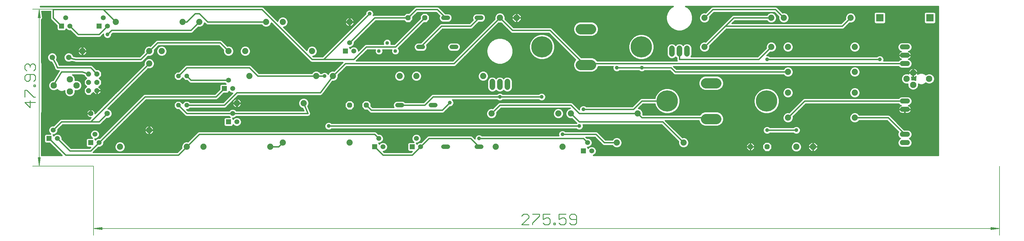
<source format=gbl>
G75*
G70*
%OFA0B0*%
%FSLAX24Y24*%
%IPPOS*%
%LPD*%
%AMOC8*
5,1,8,0,0,1.08239X$1,22.5*
%
%ADD10C,0.0051*%
%ADD11C,0.0110*%
%ADD12R,0.0590X0.0590*%
%ADD13C,0.0590*%
%ADD14OC8,0.0520*%
%ADD15C,0.0520*%
%ADD16C,0.0660*%
%ADD17C,0.1240*%
%ADD18C,0.2550*%
%ADD19R,0.0900X0.0900*%
%ADD20C,0.0740*%
%ADD21C,0.0600*%
%ADD22C,0.0760*%
%ADD23C,0.0440*%
%ADD24OC8,0.0600*%
%ADD25C,0.0650*%
%ADD26OC8,0.0630*%
%ADD27C,0.0750*%
%ADD28OC8,0.0750*%
%ADD29C,0.0160*%
%ADD30C,0.0460*%
%ADD31C,0.1266*%
D10*
X015662Y001073D02*
X015662Y009360D01*
X008375Y009360D01*
X009162Y009360D02*
X009264Y010384D01*
X009288Y010384D02*
X009162Y009360D01*
X009060Y010384D01*
X009036Y010384D02*
X009288Y010384D01*
X009213Y010384D02*
X009162Y009360D01*
X009111Y010384D01*
X009036Y010384D02*
X009162Y009360D01*
X009162Y028230D01*
X009264Y027206D01*
X009288Y027206D02*
X009162Y028230D01*
X009060Y027206D01*
X009036Y027206D02*
X009288Y027206D01*
X009213Y027206D02*
X009162Y028230D01*
X009111Y027206D01*
X009036Y027206D02*
X009162Y028230D01*
X008375Y028230D02*
X015662Y028230D01*
X016686Y001986D02*
X016686Y001734D01*
X015662Y001860D01*
X016686Y001758D01*
X016686Y001809D02*
X015662Y001860D01*
X016686Y001962D01*
X016686Y001986D02*
X015662Y001860D01*
X016686Y001911D01*
X015662Y001860D02*
X124162Y001860D01*
X123138Y001758D01*
X123138Y001734D02*
X124162Y001860D01*
X123138Y001962D01*
X123138Y001986D02*
X123138Y001734D01*
X123138Y001809D02*
X124162Y001860D01*
X123138Y001911D01*
X123138Y001986D02*
X124162Y001860D01*
X124162Y001073D02*
X124162Y009360D01*
D11*
X073507Y003366D02*
X073507Y002520D01*
X073296Y002309D01*
X072873Y002309D01*
X072661Y002520D01*
X072239Y002520D02*
X072027Y002309D01*
X071604Y002309D01*
X071393Y002520D01*
X071393Y002943D02*
X071816Y003155D01*
X072027Y003155D01*
X072239Y002943D01*
X072239Y002520D01*
X072873Y002943D02*
X073507Y002943D01*
X073507Y003366D02*
X073296Y003578D01*
X072873Y003578D01*
X072661Y003366D01*
X072661Y003155D01*
X072873Y002943D01*
X071393Y002943D02*
X071393Y003578D01*
X072239Y003578D01*
X070335Y003578D02*
X069489Y003578D01*
X069489Y002943D01*
X069912Y003155D01*
X070124Y003155D01*
X070335Y002943D01*
X070335Y002520D01*
X070124Y002309D01*
X069701Y002309D01*
X069489Y002520D01*
X069067Y003366D02*
X068221Y002520D01*
X068221Y002309D01*
X067798Y002309D02*
X066952Y002309D01*
X067798Y003155D01*
X067798Y003366D01*
X067586Y003578D01*
X067163Y003578D01*
X066952Y003366D01*
X068221Y003578D02*
X069067Y003578D01*
X069067Y003366D01*
X070758Y002520D02*
X070970Y002520D01*
X070970Y002309D01*
X070758Y002309D01*
X070758Y002520D01*
X008713Y017018D02*
X007444Y017018D01*
X008079Y016383D01*
X008079Y017229D01*
X008502Y017652D02*
X008713Y017652D01*
X008502Y017652D02*
X007656Y018498D01*
X007444Y018498D01*
X007444Y017652D01*
X008502Y018921D02*
X008502Y019132D01*
X008713Y019132D01*
X008713Y018921D01*
X008502Y018921D01*
X008502Y019555D02*
X008713Y019767D01*
X008713Y020190D01*
X008502Y020401D01*
X007656Y020401D01*
X007444Y020190D01*
X007444Y019767D01*
X007656Y019555D01*
X007867Y019555D01*
X008079Y019767D01*
X008079Y020401D01*
X008502Y020824D02*
X008713Y021035D01*
X008713Y021458D01*
X008502Y021670D01*
X008290Y021670D01*
X008079Y021458D01*
X008079Y021247D01*
X008079Y021458D02*
X007867Y021670D01*
X007656Y021670D01*
X007444Y021458D01*
X007444Y021035D01*
X007656Y020824D01*
D12*
X011831Y026180D03*
X016331Y026180D03*
X031331Y018680D03*
X031831Y014680D03*
X015331Y012180D03*
X010331Y012680D03*
X045831Y023180D03*
X049331Y011680D03*
X053831Y011680D03*
X074331Y011180D03*
D13*
X075331Y011180D03*
X074831Y012180D03*
X054831Y011680D03*
X054331Y012680D03*
X050331Y011680D03*
X049831Y012680D03*
X032831Y014680D03*
X032331Y015680D03*
X032331Y018680D03*
X031831Y019680D03*
X046331Y024180D03*
X046831Y023180D03*
X017331Y026180D03*
X016831Y027180D03*
X012831Y026180D03*
X012331Y027180D03*
X010831Y013680D03*
X011331Y012680D03*
X015831Y013180D03*
X016331Y012180D03*
D14*
X025831Y016680D03*
X026831Y016680D03*
X026831Y020180D03*
X025831Y020180D03*
D15*
X052071Y016680D02*
X052591Y016680D01*
X056071Y016680D02*
X056591Y016680D01*
X057571Y011680D02*
X058091Y011680D01*
X061571Y011680D02*
X062091Y011680D01*
X059091Y023680D02*
X058571Y023680D01*
X055091Y023680D02*
X054571Y023680D01*
X057571Y027180D02*
X058091Y027180D01*
X061571Y027180D02*
X062091Y027180D01*
D16*
X084931Y023510D02*
X084931Y022850D01*
X085831Y022850D02*
X085831Y023510D01*
X086731Y023510D02*
X086731Y022850D01*
X065231Y019510D02*
X065231Y018850D01*
X064331Y018850D02*
X064331Y019510D01*
X063431Y019510D02*
X063431Y018850D01*
D17*
X074011Y021530D02*
X075251Y021530D01*
X089011Y019330D02*
X090251Y019330D01*
X090251Y015030D02*
X089011Y015030D01*
X075251Y025830D02*
X074011Y025830D01*
D18*
X069381Y023680D03*
X081281Y023680D03*
X084381Y017180D03*
X096281Y017180D03*
D19*
X109831Y027180D03*
X115831Y027180D03*
D20*
X106331Y027180D03*
X098331Y027180D03*
X096831Y027180D03*
X088831Y027180D03*
X088831Y023680D03*
X096831Y023680D03*
X098831Y023680D03*
X106831Y023680D03*
X106831Y020680D03*
X098831Y020680D03*
X098831Y018180D03*
X106831Y018180D03*
X106831Y015180D03*
X098831Y015180D03*
X086331Y012180D03*
X078331Y012180D03*
X071831Y011680D03*
X063831Y011680D03*
X063331Y015680D03*
X071331Y015680D03*
X072831Y015680D03*
X080831Y015680D03*
X062331Y020180D03*
X054331Y020180D03*
X052331Y020180D03*
X044331Y020180D03*
X042331Y020180D03*
X034331Y020180D03*
X033831Y023180D03*
X031831Y023180D03*
X023831Y023180D03*
X022331Y023180D03*
X022331Y021680D03*
X014331Y023180D03*
X018331Y026680D03*
X026331Y026680D03*
X028331Y026680D03*
X036331Y026680D03*
X038331Y026680D03*
X046331Y026680D03*
X041831Y023180D03*
X040831Y016930D03*
X032831Y016930D03*
X022331Y013680D03*
X018831Y011680D03*
X026831Y011680D03*
X028831Y011680D03*
X036831Y011680D03*
X038331Y012180D03*
X046331Y012180D03*
D21*
X112531Y012180D02*
X113131Y012180D01*
X113131Y013180D02*
X112531Y013180D01*
X112531Y016180D02*
X113131Y016180D01*
X113131Y017180D02*
X112531Y017180D01*
X112531Y021680D02*
X113131Y021680D01*
X113131Y022680D02*
X112531Y022680D01*
X112531Y023680D02*
X113131Y023680D01*
D22*
X113822Y020583D03*
X113034Y019855D03*
X113822Y019127D03*
X115751Y019855D03*
X013628Y019055D03*
X012840Y018327D03*
X010911Y019055D03*
X012840Y019783D03*
D23*
X049847Y023188D03*
X051815Y023188D03*
X050831Y024172D03*
D24*
X016081Y020430D03*
X015081Y020430D03*
X015081Y019430D03*
X016081Y019430D03*
X016081Y018430D03*
X015081Y018430D03*
D25*
X015347Y015680D03*
X017315Y015680D03*
X012690Y022430D03*
X010722Y022430D03*
D26*
X046331Y016680D03*
X048331Y016680D03*
X053331Y027180D03*
X055331Y027180D03*
X094331Y011680D03*
X096331Y011680D03*
D27*
X099831Y011680D03*
X064331Y027180D03*
D28*
X066331Y027180D03*
X101831Y011680D03*
D29*
X102386Y011680D01*
X102386Y011910D01*
X102061Y012235D01*
X101831Y012235D01*
X101831Y011680D01*
X101831Y011680D01*
X102386Y011680D01*
X102386Y011450D01*
X102061Y011125D01*
X101831Y011125D01*
X101831Y011680D01*
X101831Y011680D01*
X101831Y011680D01*
X101831Y011125D01*
X101601Y011125D01*
X101276Y011450D01*
X101276Y011680D01*
X101831Y011680D01*
X101831Y012235D01*
X101601Y012235D01*
X101276Y011910D01*
X101276Y011680D01*
X101831Y011680D01*
X101831Y011680D01*
X101831Y011702D02*
X101831Y011702D01*
X101831Y011860D02*
X101831Y011860D01*
X101831Y012019D02*
X101831Y012019D01*
X101831Y012177D02*
X101831Y012177D01*
X102119Y012177D02*
X111971Y012177D01*
X111971Y012069D02*
X112056Y011863D01*
X112214Y011705D01*
X112420Y011620D01*
X113242Y011620D01*
X113448Y011705D01*
X113606Y011863D01*
X113691Y012069D01*
X113691Y012291D01*
X113606Y012497D01*
X113448Y012655D01*
X113387Y012680D01*
X113448Y012705D01*
X113606Y012863D01*
X113691Y013069D01*
X113691Y013291D01*
X113606Y013497D01*
X113448Y013655D01*
X113242Y013740D01*
X112752Y013740D01*
X111119Y015373D01*
X111024Y015468D01*
X110899Y015520D01*
X107372Y015520D01*
X107365Y015537D01*
X107188Y015714D01*
X106956Y015810D01*
X106706Y015810D01*
X106474Y015714D01*
X106297Y015537D01*
X106201Y015305D01*
X106201Y015055D01*
X106297Y014823D01*
X106474Y014646D01*
X106706Y014550D01*
X106956Y014550D01*
X107188Y014646D01*
X107365Y014823D01*
X107372Y014840D01*
X110690Y014840D01*
X112049Y013481D01*
X111971Y013291D01*
X111971Y013069D01*
X112056Y012863D01*
X112214Y012705D01*
X112275Y012680D01*
X112214Y012655D01*
X112056Y012497D01*
X111971Y012291D01*
X111971Y012069D01*
X111992Y012019D02*
X102277Y012019D01*
X102386Y011860D02*
X112059Y011860D01*
X112223Y011702D02*
X102386Y011702D01*
X102386Y011543D02*
X116843Y011543D01*
X116843Y011385D02*
X102320Y011385D01*
X102162Y011226D02*
X116843Y011226D01*
X116843Y011068D02*
X100012Y011068D01*
X099957Y011045D02*
X100191Y011142D01*
X100369Y011320D01*
X100466Y011554D01*
X100466Y011806D01*
X100369Y012040D01*
X100191Y012218D01*
X099957Y012315D01*
X099705Y012315D01*
X099471Y012218D01*
X099293Y012040D01*
X099196Y011806D01*
X099196Y011554D01*
X099293Y011320D01*
X099471Y011142D01*
X099705Y011045D01*
X099957Y011045D01*
X099650Y011068D02*
X075885Y011068D01*
X075886Y011070D02*
X075886Y011290D01*
X075801Y011494D01*
X075645Y011651D01*
X075441Y011735D01*
X075221Y011735D01*
X075017Y011651D01*
X074886Y011520D01*
X074886Y011527D01*
X074846Y011622D01*
X074844Y011625D01*
X074941Y011625D01*
X075145Y011709D01*
X075301Y011866D01*
X075386Y012070D01*
X075386Y012290D01*
X075301Y012494D01*
X075145Y012651D01*
X074941Y012735D01*
X074757Y012735D01*
X074652Y012840D01*
X075690Y012840D01*
X076543Y011987D01*
X076638Y011892D01*
X076763Y011840D01*
X077790Y011840D01*
X077797Y011823D01*
X077974Y011646D01*
X078206Y011550D01*
X078456Y011550D01*
X078688Y011646D01*
X078865Y011823D01*
X078961Y012055D01*
X078961Y012305D01*
X078865Y012537D01*
X078688Y012714D01*
X078456Y012810D01*
X078206Y012810D01*
X077974Y012714D01*
X077797Y012537D01*
X077790Y012520D01*
X076972Y012520D01*
X076024Y013468D01*
X075899Y013520D01*
X072184Y013520D01*
X072109Y013595D01*
X071928Y013670D01*
X071734Y013670D01*
X071553Y013595D01*
X071416Y013458D01*
X071341Y013277D01*
X071341Y013083D01*
X071367Y013020D01*
X062184Y013020D01*
X062109Y013095D01*
X061928Y013170D01*
X061734Y013170D01*
X061553Y013095D01*
X061416Y012958D01*
X061341Y012777D01*
X061341Y012651D01*
X061119Y012873D01*
X061024Y012968D01*
X060899Y013020D01*
X055763Y013020D01*
X055638Y012968D01*
X054905Y012235D01*
X054721Y012235D01*
X054517Y012151D01*
X054386Y012020D01*
X054386Y012027D01*
X054346Y012122D01*
X054344Y012125D01*
X054441Y012125D01*
X054645Y012209D01*
X054801Y012366D01*
X054886Y012570D01*
X054886Y012790D01*
X054801Y012994D01*
X054645Y013151D01*
X054441Y013235D01*
X054221Y013235D01*
X054017Y013151D01*
X053860Y012994D01*
X053776Y012790D01*
X053776Y012570D01*
X053860Y012366D01*
X053991Y012235D01*
X053484Y012235D01*
X053389Y012195D01*
X053316Y012122D01*
X053276Y012027D01*
X053276Y011333D01*
X053316Y011238D01*
X053389Y011165D01*
X053484Y011125D01*
X053795Y011125D01*
X053690Y011020D01*
X050472Y011020D01*
X050367Y011125D01*
X050441Y011125D01*
X050645Y011209D01*
X050801Y011366D01*
X050886Y011570D01*
X050886Y011790D01*
X050801Y011994D01*
X050645Y012151D01*
X050441Y012235D01*
X050221Y012235D01*
X050017Y012151D01*
X049886Y012020D01*
X049886Y012027D01*
X049846Y012122D01*
X049844Y012125D01*
X049941Y012125D01*
X050145Y012209D01*
X050301Y012366D01*
X050386Y012570D01*
X050386Y012790D01*
X050301Y012994D01*
X050145Y013151D01*
X049941Y013235D01*
X049757Y013235D01*
X049524Y013468D01*
X049399Y013520D01*
X028263Y013520D01*
X028138Y013468D01*
X026973Y012303D01*
X026956Y012310D01*
X026706Y012310D01*
X026474Y012214D01*
X026297Y012037D01*
X026201Y011805D01*
X026201Y011555D01*
X026208Y011538D01*
X025690Y011020D01*
X015652Y011020D01*
X016257Y011625D01*
X016441Y011625D01*
X016645Y011709D01*
X016801Y011866D01*
X016886Y012070D01*
X016886Y012254D01*
X021972Y017340D01*
X030399Y017340D01*
X030524Y017392D01*
X030619Y017487D01*
X031257Y018125D01*
X031678Y018125D01*
X031773Y018165D01*
X031846Y018238D01*
X031886Y018333D01*
X031886Y018340D01*
X032017Y018209D01*
X032221Y018125D01*
X032295Y018125D01*
X031190Y017020D01*
X027226Y017020D01*
X027046Y017200D01*
X026616Y017200D01*
X026331Y016915D01*
X026046Y017200D01*
X025616Y017200D01*
X025311Y016895D01*
X025311Y016465D01*
X025616Y016160D01*
X025870Y016160D01*
X026543Y015487D01*
X026638Y015392D01*
X026763Y015340D01*
X031886Y015340D01*
X031991Y015235D01*
X031484Y015235D01*
X031389Y015195D01*
X031316Y015122D01*
X031276Y015027D01*
X031276Y014333D01*
X031316Y014238D01*
X031389Y014165D01*
X031484Y014125D01*
X032178Y014125D01*
X032273Y014165D01*
X032346Y014238D01*
X032386Y014333D01*
X032386Y014340D01*
X032517Y014209D01*
X032721Y014125D01*
X032941Y014125D01*
X033145Y014209D01*
X033301Y014366D01*
X033386Y014570D01*
X033386Y014790D01*
X033301Y014994D01*
X033145Y015151D01*
X032941Y015235D01*
X032721Y015235D01*
X032517Y015151D01*
X032386Y015020D01*
X032386Y015027D01*
X032346Y015122D01*
X032344Y015125D01*
X032441Y015125D01*
X032645Y015209D01*
X032776Y015340D01*
X041329Y015340D01*
X041394Y015339D01*
X041396Y015340D01*
X041399Y015340D01*
X041459Y015365D01*
X041520Y015389D01*
X041522Y015391D01*
X041524Y015392D01*
X041570Y015438D01*
X041617Y015484D01*
X041618Y015486D01*
X041619Y015487D01*
X041644Y015548D01*
X041670Y015608D01*
X041670Y015610D01*
X041671Y015612D01*
X041671Y015678D01*
X041672Y015743D01*
X041671Y015745D01*
X041671Y015748D01*
X041646Y015808D01*
X041347Y016555D01*
X041365Y016573D01*
X041461Y016805D01*
X041461Y017055D01*
X041365Y017287D01*
X041188Y017464D01*
X040956Y017560D01*
X040706Y017560D01*
X040474Y017464D01*
X040297Y017287D01*
X040201Y017055D01*
X040201Y016805D01*
X040297Y016573D01*
X040474Y016396D01*
X040706Y016300D01*
X040717Y016300D01*
X040829Y016020D01*
X032776Y016020D01*
X032645Y016151D01*
X032441Y016235D01*
X032221Y016235D01*
X032017Y016151D01*
X031886Y016020D01*
X026972Y016020D01*
X026832Y016160D01*
X027046Y016160D01*
X027226Y016340D01*
X031399Y016340D01*
X031524Y016392D01*
X031619Y016487D01*
X032388Y017257D01*
X032361Y017218D01*
X032321Y017141D01*
X032295Y017059D01*
X032281Y016973D01*
X032281Y016968D01*
X032793Y016968D01*
X032793Y017480D01*
X032788Y017480D01*
X032702Y017466D01*
X032620Y017440D01*
X032543Y017400D01*
X032504Y017372D01*
X032972Y017840D01*
X042788Y017840D01*
X042812Y017834D01*
X042855Y017840D01*
X042899Y017840D01*
X042921Y017849D01*
X042946Y017853D01*
X042983Y017875D01*
X043024Y017892D01*
X043041Y017909D01*
X043062Y017922D01*
X043088Y017957D01*
X043119Y017987D01*
X043129Y018010D01*
X044283Y019550D01*
X044456Y019550D01*
X044688Y019646D01*
X044865Y019823D01*
X044961Y020055D01*
X044961Y020305D01*
X044954Y020322D01*
X045972Y021340D01*
X058899Y021340D01*
X059024Y021392D01*
X064185Y026553D01*
X064205Y026545D01*
X064457Y026545D01*
X064477Y026553D01*
X065543Y025487D01*
X065638Y025392D01*
X065763Y025340D01*
X070190Y025340D01*
X073383Y022147D01*
X073265Y022028D01*
X073131Y021705D01*
X073131Y021355D01*
X073265Y021032D01*
X073512Y020784D01*
X073836Y020650D01*
X075426Y020650D01*
X075749Y020784D01*
X075997Y021032D01*
X076125Y021340D01*
X077867Y021340D01*
X077841Y021277D01*
X077841Y021083D01*
X077916Y020902D01*
X078053Y020765D01*
X078234Y020690D01*
X078428Y020690D01*
X078609Y020765D01*
X078684Y020840D01*
X080978Y020840D01*
X081053Y020765D01*
X081234Y020690D01*
X081428Y020690D01*
X081609Y020765D01*
X081684Y020840D01*
X084690Y020840D01*
X085138Y020392D01*
X085263Y020340D01*
X098290Y020340D01*
X098297Y020323D01*
X098474Y020146D01*
X098706Y020050D01*
X098956Y020050D01*
X099188Y020146D01*
X099365Y020323D01*
X099461Y020555D01*
X099461Y020805D01*
X099365Y021037D01*
X099188Y021214D01*
X098956Y021310D01*
X098706Y021310D01*
X098474Y021214D01*
X098297Y021037D01*
X098290Y021020D01*
X085472Y021020D01*
X085152Y021340D01*
X112079Y021340D01*
X112214Y021205D01*
X112420Y021120D01*
X113242Y021120D01*
X113448Y021205D01*
X113606Y021363D01*
X113691Y021569D01*
X113691Y021791D01*
X113606Y021997D01*
X113448Y022155D01*
X113281Y022224D01*
X113315Y022235D01*
X113383Y022269D01*
X113444Y022314D01*
X113497Y022367D01*
X113542Y022428D01*
X113576Y022496D01*
X113599Y022568D01*
X113611Y022642D01*
X113611Y022660D01*
X112851Y022660D01*
X112851Y022700D01*
X113611Y022700D01*
X113611Y022718D01*
X113599Y022792D01*
X113576Y022864D01*
X113542Y022932D01*
X113497Y022993D01*
X113444Y023046D01*
X113383Y023091D01*
X113315Y023125D01*
X113281Y023136D01*
X113448Y023205D01*
X113606Y023363D01*
X113691Y023569D01*
X113691Y023791D01*
X113606Y023997D01*
X113448Y024155D01*
X113242Y024240D01*
X112420Y024240D01*
X112214Y024155D01*
X112056Y023997D01*
X111971Y023791D01*
X111971Y023569D01*
X112056Y023363D01*
X112214Y023205D01*
X112381Y023136D01*
X112347Y023125D01*
X112279Y023091D01*
X112218Y023046D01*
X112165Y022993D01*
X112120Y022932D01*
X112086Y022864D01*
X112063Y022792D01*
X112051Y022718D01*
X112051Y022700D01*
X112811Y022700D01*
X112811Y022660D01*
X112051Y022660D01*
X112051Y022642D01*
X112063Y022568D01*
X112086Y022496D01*
X112120Y022428D01*
X112165Y022367D01*
X112218Y022314D01*
X112279Y022269D01*
X112347Y022235D01*
X112381Y022224D01*
X112214Y022155D01*
X112079Y022020D01*
X110295Y022020D01*
X110321Y022083D01*
X110321Y022277D01*
X110246Y022458D01*
X110109Y022595D01*
X109928Y022670D01*
X109734Y022670D01*
X109553Y022595D01*
X109478Y022520D01*
X096684Y022520D01*
X096609Y022595D01*
X096428Y022670D01*
X096302Y022670D01*
X096689Y023057D01*
X096706Y023050D01*
X096956Y023050D01*
X097188Y023146D01*
X097365Y023323D01*
X097461Y023555D01*
X097461Y023805D01*
X097365Y024037D01*
X097188Y024214D01*
X096956Y024310D01*
X096706Y024310D01*
X096474Y024214D01*
X096297Y024037D01*
X096201Y023805D01*
X096201Y023555D01*
X096208Y023538D01*
X095190Y022520D01*
X087233Y022520D01*
X087321Y022733D01*
X087321Y023627D01*
X087231Y023844D01*
X087065Y024010D01*
X086848Y024100D01*
X086614Y024100D01*
X086397Y024010D01*
X086281Y023894D01*
X086165Y024010D01*
X085948Y024100D01*
X085714Y024100D01*
X085497Y024010D01*
X085381Y023894D01*
X085265Y024010D01*
X085048Y024100D01*
X084814Y024100D01*
X084597Y024010D01*
X084431Y023844D01*
X084341Y023627D01*
X084341Y022733D01*
X084431Y022516D01*
X084597Y022350D01*
X084814Y022260D01*
X085048Y022260D01*
X085265Y022350D01*
X085381Y022466D01*
X085491Y022356D01*
X085491Y022112D01*
X085529Y022020D01*
X076001Y022020D01*
X075997Y022028D01*
X075749Y022276D01*
X075426Y022410D01*
X074082Y022410D01*
X070524Y025968D01*
X070399Y026020D01*
X065972Y026020D01*
X064958Y027034D01*
X064966Y027054D01*
X064966Y027306D01*
X064869Y027540D01*
X064691Y027718D01*
X064457Y027815D01*
X064205Y027815D01*
X063971Y027718D01*
X063793Y027540D01*
X063696Y027306D01*
X063696Y027054D01*
X063704Y027034D01*
X058690Y022020D01*
X047152Y022020D01*
X048472Y023340D01*
X049390Y023340D01*
X049367Y023283D01*
X049367Y023092D01*
X049440Y022916D01*
X049575Y022781D01*
X049751Y022708D01*
X049942Y022708D01*
X050119Y022781D01*
X050254Y022916D01*
X050327Y023092D01*
X050327Y023283D01*
X050303Y023340D01*
X051359Y023340D01*
X051335Y023283D01*
X051335Y023092D01*
X051408Y022916D01*
X051543Y022781D01*
X051720Y022708D01*
X051911Y022708D01*
X052087Y022781D01*
X052222Y022916D01*
X052295Y023092D01*
X052295Y023283D01*
X052222Y023460D01*
X052157Y023525D01*
X055237Y026605D01*
X055569Y026605D01*
X055906Y026942D01*
X055906Y027418D01*
X055569Y027755D01*
X055093Y027755D01*
X054756Y027418D01*
X054756Y027086D01*
X051690Y024020D01*
X051288Y024020D01*
X051311Y024077D01*
X051311Y024268D01*
X051238Y024444D01*
X051103Y024579D01*
X050926Y024652D01*
X050735Y024652D01*
X050559Y024579D01*
X050424Y024444D01*
X050351Y024268D01*
X050351Y024077D01*
X050374Y024020D01*
X048263Y024020D01*
X048138Y023968D01*
X047386Y023216D01*
X047386Y023290D01*
X047301Y023494D01*
X047145Y023651D01*
X046941Y023735D01*
X046721Y023735D01*
X046517Y023651D01*
X046386Y023520D01*
X046386Y023527D01*
X046346Y023622D01*
X046344Y023625D01*
X046441Y023625D01*
X046645Y023709D01*
X046801Y023866D01*
X046886Y024070D01*
X046886Y024254D01*
X049472Y026840D01*
X052858Y026840D01*
X053093Y026605D01*
X053569Y026605D01*
X053906Y026942D01*
X053906Y027274D01*
X054472Y027840D01*
X056690Y027840D01*
X057108Y027422D01*
X057051Y027283D01*
X057051Y027077D01*
X057130Y026885D01*
X057276Y026739D01*
X057468Y026660D01*
X058194Y026660D01*
X058386Y026739D01*
X058532Y026885D01*
X058611Y027077D01*
X058611Y027283D01*
X058532Y027475D01*
X058386Y027621D01*
X058194Y027700D01*
X057792Y027700D01*
X057119Y028373D01*
X057024Y028468D01*
X056899Y028520D01*
X054263Y028520D01*
X054138Y028468D01*
X053425Y027755D01*
X053093Y027755D01*
X052858Y027520D01*
X049263Y027520D01*
X049181Y027486D01*
X049221Y027583D01*
X049221Y027777D01*
X049146Y027958D01*
X049009Y028095D01*
X048828Y028170D01*
X048634Y028170D01*
X048453Y028095D01*
X048316Y027958D01*
X048241Y027777D01*
X048241Y027671D01*
X043090Y022520D01*
X041972Y022520D01*
X041942Y022550D01*
X041956Y022550D01*
X042188Y022646D01*
X042365Y022823D01*
X042461Y023055D01*
X042461Y023305D01*
X042365Y023537D01*
X042188Y023714D01*
X041956Y023810D01*
X041706Y023810D01*
X041474Y023714D01*
X041297Y023537D01*
X041201Y023305D01*
X041201Y023291D01*
X038442Y026050D01*
X038456Y026050D01*
X038688Y026146D01*
X038865Y026323D01*
X038961Y026555D01*
X038961Y026805D01*
X038865Y027037D01*
X038688Y027214D01*
X038456Y027310D01*
X038206Y027310D01*
X037974Y027214D01*
X037797Y027037D01*
X037701Y026805D01*
X037701Y026791D01*
X036119Y028373D01*
X036024Y028468D01*
X035899Y028520D01*
X010763Y028520D01*
X010753Y028516D01*
X009311Y028516D01*
X009311Y028570D01*
X085079Y028570D01*
X084861Y028444D01*
X084567Y028150D01*
X084359Y027790D01*
X084251Y027388D01*
X084251Y026972D01*
X084359Y026570D01*
X084567Y026210D01*
X084861Y025916D01*
X085221Y025708D01*
X085623Y025600D01*
X086039Y025600D01*
X086441Y025708D01*
X086801Y025916D01*
X087095Y026210D01*
X087303Y026570D01*
X087411Y026972D01*
X087411Y027388D01*
X087303Y027790D01*
X087095Y028150D01*
X086801Y028444D01*
X086583Y028570D01*
X116843Y028570D01*
X116843Y010660D01*
X075526Y010660D01*
X075645Y010709D01*
X075801Y010866D01*
X075886Y011070D01*
X075886Y011226D02*
X094085Y011226D01*
X094126Y011185D02*
X094331Y011185D01*
X094536Y011185D01*
X094826Y011475D01*
X094826Y011680D01*
X094826Y011885D01*
X094536Y012175D01*
X094331Y012175D01*
X094331Y011680D01*
X094826Y011680D01*
X094331Y011680D01*
X094331Y011680D01*
X094331Y011185D01*
X094331Y011680D01*
X094331Y011680D01*
X094331Y011680D01*
X094331Y012175D01*
X094126Y012175D01*
X093836Y011885D01*
X093836Y011680D01*
X093836Y011475D01*
X094126Y011185D01*
X094331Y011226D02*
X094331Y011226D01*
X094331Y011385D02*
X094331Y011385D01*
X094331Y011543D02*
X094331Y011543D01*
X094331Y011680D02*
X093836Y011680D01*
X094331Y011680D01*
X094331Y011680D01*
X094331Y011702D02*
X094331Y011702D01*
X094331Y011860D02*
X094331Y011860D01*
X094331Y012019D02*
X094331Y012019D01*
X094692Y012019D02*
X095856Y012019D01*
X095756Y011918D02*
X095756Y011442D01*
X096093Y011105D01*
X096569Y011105D01*
X096906Y011442D01*
X096906Y011918D01*
X096569Y012255D01*
X096093Y012255D01*
X095756Y011918D01*
X095756Y011860D02*
X094826Y011860D01*
X094826Y011702D02*
X095756Y011702D01*
X095756Y011543D02*
X094826Y011543D01*
X094736Y011385D02*
X095813Y011385D01*
X095972Y011226D02*
X094577Y011226D01*
X093926Y011385D02*
X075847Y011385D01*
X075753Y011543D02*
X093836Y011543D01*
X093836Y011702D02*
X086743Y011702D01*
X086688Y011646D02*
X086865Y011823D01*
X086961Y012055D01*
X086961Y012305D01*
X086865Y012537D01*
X086688Y012714D01*
X086456Y012810D01*
X086206Y012810D01*
X086189Y012803D01*
X084152Y014840D01*
X088137Y014840D01*
X088265Y014532D01*
X088512Y014284D01*
X088836Y014150D01*
X090426Y014150D01*
X090749Y014284D01*
X090997Y014532D01*
X091131Y014855D01*
X091131Y015205D01*
X090997Y015528D01*
X090749Y015776D01*
X090426Y015910D01*
X088836Y015910D01*
X088512Y015776D01*
X088265Y015528D01*
X088261Y015520D01*
X081472Y015520D01*
X081454Y015538D01*
X081461Y015555D01*
X081461Y015805D01*
X081365Y016037D01*
X081188Y016214D01*
X080956Y016310D01*
X080942Y016310D01*
X081472Y016840D01*
X082883Y016840D01*
X082951Y016588D01*
X083153Y016237D01*
X083438Y015952D01*
X083788Y015750D01*
X084179Y015645D01*
X084583Y015645D01*
X084973Y015750D01*
X085323Y015952D01*
X085609Y016237D01*
X085811Y016588D01*
X085916Y016978D01*
X085916Y017382D01*
X085811Y017772D01*
X085609Y018123D01*
X085323Y018408D01*
X084973Y018610D01*
X084583Y018715D01*
X084179Y018715D01*
X083788Y018610D01*
X083438Y018408D01*
X083153Y018123D01*
X082951Y017772D01*
X082883Y017520D01*
X081263Y017520D01*
X081138Y017468D01*
X081043Y017373D01*
X080190Y016520D01*
X074684Y016520D01*
X074609Y016595D01*
X074428Y016670D01*
X074234Y016670D01*
X074053Y016595D01*
X073916Y016458D01*
X073841Y016277D01*
X073841Y016151D01*
X073024Y016968D01*
X072899Y017020D01*
X064263Y017020D01*
X064138Y016968D01*
X064043Y016873D01*
X063473Y016303D01*
X063456Y016310D01*
X063206Y016310D01*
X062974Y016214D01*
X062797Y016037D01*
X062701Y015805D01*
X062701Y015555D01*
X062797Y015323D01*
X062974Y015146D01*
X063206Y015050D01*
X063456Y015050D01*
X063688Y015146D01*
X063865Y015323D01*
X063961Y015555D01*
X063961Y015805D01*
X063954Y015822D01*
X064472Y016340D01*
X072690Y016340D01*
X072720Y016310D01*
X072706Y016310D01*
X072474Y016214D01*
X072297Y016037D01*
X072201Y015805D01*
X072201Y015555D01*
X072297Y015323D01*
X072474Y015146D01*
X072706Y015050D01*
X072956Y015050D01*
X072973Y015057D01*
X073494Y014536D01*
X073478Y014520D01*
X044184Y014520D01*
X044109Y014595D01*
X043928Y014670D01*
X043734Y014670D01*
X043553Y014595D01*
X043416Y014458D01*
X043341Y014277D01*
X043341Y014083D01*
X043416Y013902D01*
X043553Y013765D01*
X043734Y013690D01*
X043928Y013690D01*
X044109Y013765D01*
X044184Y013840D01*
X073478Y013840D01*
X073553Y013765D01*
X073734Y013690D01*
X073928Y013690D01*
X074109Y013765D01*
X074246Y013902D01*
X074321Y014083D01*
X074321Y014277D01*
X074295Y014340D01*
X083690Y014340D01*
X085708Y012322D01*
X085701Y012305D01*
X085701Y012055D01*
X085797Y011823D01*
X085974Y011646D01*
X086206Y011550D01*
X086456Y011550D01*
X086688Y011646D01*
X086880Y011860D02*
X093836Y011860D01*
X093969Y012019D02*
X086946Y012019D01*
X086961Y012177D02*
X096015Y012177D01*
X096647Y012177D02*
X099430Y012177D01*
X099284Y012019D02*
X096806Y012019D01*
X096906Y011860D02*
X099218Y011860D01*
X099196Y011702D02*
X096906Y011702D01*
X096906Y011543D02*
X099200Y011543D01*
X099266Y011385D02*
X096849Y011385D01*
X096690Y011226D02*
X099387Y011226D01*
X100275Y011226D02*
X101500Y011226D01*
X101342Y011385D02*
X100396Y011385D01*
X100462Y011543D02*
X101276Y011543D01*
X101276Y011702D02*
X100466Y011702D01*
X100444Y011860D02*
X101276Y011860D01*
X101385Y012019D02*
X100378Y012019D01*
X100232Y012177D02*
X101543Y012177D01*
X101831Y011543D02*
X101831Y011543D01*
X101831Y011385D02*
X101831Y011385D01*
X101831Y011226D02*
X101831Y011226D01*
X100109Y013265D02*
X100246Y013402D01*
X100321Y013583D01*
X100321Y013777D01*
X100246Y013958D01*
X100109Y014095D01*
X099928Y014170D01*
X099734Y014170D01*
X099553Y014095D01*
X099478Y014020D01*
X096684Y014020D01*
X096609Y014095D01*
X096428Y014170D01*
X096234Y014170D01*
X096053Y014095D01*
X095916Y013958D01*
X095841Y013777D01*
X095841Y013583D01*
X095916Y013402D01*
X096053Y013265D01*
X096234Y013190D01*
X096428Y013190D01*
X096609Y013265D01*
X096684Y013340D01*
X099478Y013340D01*
X099553Y013265D01*
X099734Y013190D01*
X099928Y013190D01*
X100109Y013265D01*
X100130Y013287D02*
X111971Y013287D01*
X111971Y013128D02*
X085864Y013128D01*
X086022Y012970D02*
X112012Y012970D01*
X112108Y012811D02*
X086181Y012811D01*
X086749Y012653D02*
X112212Y012653D01*
X112055Y012494D02*
X086883Y012494D01*
X086948Y012336D02*
X111989Y012336D01*
X113450Y012653D02*
X116843Y012653D01*
X116843Y012811D02*
X113554Y012811D01*
X113650Y012970D02*
X116843Y012970D01*
X116843Y013128D02*
X113691Y013128D01*
X113691Y013287D02*
X116843Y013287D01*
X116843Y013445D02*
X113627Y013445D01*
X113499Y013604D02*
X116843Y013604D01*
X116843Y013762D02*
X112730Y013762D01*
X112571Y013921D02*
X116843Y013921D01*
X116843Y014079D02*
X112413Y014079D01*
X112254Y014238D02*
X116843Y014238D01*
X116843Y014396D02*
X112096Y014396D01*
X111937Y014555D02*
X116843Y014555D01*
X116843Y014713D02*
X111779Y014713D01*
X111620Y014872D02*
X116843Y014872D01*
X116843Y015030D02*
X111462Y015030D01*
X111303Y015189D02*
X116843Y015189D01*
X116843Y015347D02*
X111145Y015347D01*
X110934Y015506D02*
X116843Y015506D01*
X116843Y015664D02*
X107238Y015664D01*
X106831Y015180D02*
X110831Y015180D01*
X112831Y013180D01*
X112035Y013445D02*
X100264Y013445D01*
X100321Y013604D02*
X111927Y013604D01*
X111768Y013762D02*
X100321Y013762D01*
X100262Y013921D02*
X111610Y013921D01*
X111451Y014079D02*
X100125Y014079D01*
X099831Y013680D02*
X096331Y013680D01*
X095898Y013445D02*
X085547Y013445D01*
X085705Y013287D02*
X096031Y013287D01*
X095841Y013604D02*
X085388Y013604D01*
X085230Y013762D02*
X095841Y013762D01*
X095900Y013921D02*
X085071Y013921D01*
X084913Y014079D02*
X096037Y014079D01*
X096625Y014079D02*
X099537Y014079D01*
X099188Y014646D02*
X099365Y014823D01*
X099461Y015055D01*
X099461Y015305D01*
X099454Y015322D01*
X100972Y016840D01*
X112079Y016840D01*
X112214Y016705D01*
X112381Y016636D01*
X112347Y016625D01*
X112279Y016591D01*
X112218Y016546D01*
X112165Y016493D01*
X112120Y016432D01*
X112086Y016364D01*
X112063Y016292D01*
X112051Y016218D01*
X112051Y016200D01*
X112811Y016200D01*
X112811Y016160D01*
X112851Y016160D01*
X112851Y016200D01*
X113611Y016200D01*
X113611Y016218D01*
X113599Y016292D01*
X113576Y016364D01*
X113542Y016432D01*
X113497Y016493D01*
X113444Y016546D01*
X113383Y016591D01*
X113315Y016625D01*
X113281Y016636D01*
X113448Y016705D01*
X113606Y016863D01*
X113691Y017069D01*
X113691Y017291D01*
X113606Y017497D01*
X113448Y017655D01*
X113242Y017740D01*
X112420Y017740D01*
X112214Y017655D01*
X112079Y017520D01*
X100763Y017520D01*
X100638Y017468D01*
X100543Y017373D01*
X100543Y017373D01*
X098973Y015803D01*
X098956Y015810D01*
X098706Y015810D01*
X098474Y015714D01*
X098297Y015537D01*
X098201Y015305D01*
X098201Y015055D01*
X098297Y014823D01*
X098474Y014646D01*
X098706Y014550D01*
X098956Y014550D01*
X099188Y014646D01*
X099255Y014713D02*
X106407Y014713D01*
X106277Y014872D02*
X099385Y014872D01*
X099451Y015030D02*
X106211Y015030D01*
X106201Y015189D02*
X099461Y015189D01*
X099479Y015347D02*
X106218Y015347D01*
X106284Y015506D02*
X099637Y015506D01*
X099796Y015664D02*
X106424Y015664D01*
X106695Y014555D02*
X098967Y014555D01*
X098695Y014555D02*
X091007Y014555D01*
X091072Y014713D02*
X098407Y014713D01*
X098277Y014872D02*
X091131Y014872D01*
X091131Y015030D02*
X098211Y015030D01*
X098201Y015189D02*
X091131Y015189D01*
X091072Y015347D02*
X098218Y015347D01*
X098284Y015506D02*
X091007Y015506D01*
X090861Y015664D02*
X096008Y015664D01*
X096079Y015645D02*
X095688Y015750D01*
X095338Y015952D01*
X095053Y016237D01*
X094851Y016588D01*
X094746Y016978D01*
X094746Y017382D01*
X094851Y017772D01*
X095053Y018123D01*
X095338Y018408D01*
X095688Y018610D01*
X096079Y018715D01*
X096483Y018715D01*
X096873Y018610D01*
X097223Y018408D01*
X097509Y018123D01*
X097711Y017772D01*
X097816Y017382D01*
X097816Y016978D01*
X097711Y016588D01*
X097509Y016237D01*
X097223Y015952D01*
X096873Y015750D01*
X096483Y015645D01*
X096079Y015645D01*
X096554Y015664D02*
X098424Y015664D01*
X098993Y015823D02*
X097000Y015823D01*
X097253Y015981D02*
X099151Y015981D01*
X099310Y016140D02*
X097411Y016140D01*
X097544Y016298D02*
X099468Y016298D01*
X099627Y016457D02*
X097636Y016457D01*
X097719Y016615D02*
X099785Y016615D01*
X099944Y016774D02*
X097761Y016774D01*
X097804Y016932D02*
X100102Y016932D01*
X100261Y017091D02*
X097816Y017091D01*
X097816Y017249D02*
X100419Y017249D01*
X100578Y017408D02*
X097809Y017408D01*
X097767Y017566D02*
X098667Y017566D01*
X098706Y017550D02*
X098956Y017550D01*
X099188Y017646D01*
X099365Y017823D01*
X099461Y018055D01*
X099461Y018305D01*
X099365Y018537D01*
X099188Y018714D01*
X098956Y018810D01*
X098706Y018810D01*
X098474Y018714D01*
X098297Y018537D01*
X098201Y018305D01*
X098201Y018055D01*
X098297Y017823D01*
X098474Y017646D01*
X098706Y017550D01*
X098995Y017566D02*
X106667Y017566D01*
X106706Y017550D02*
X106956Y017550D01*
X107188Y017646D01*
X107365Y017823D01*
X107461Y018055D01*
X107461Y018305D01*
X107365Y018537D01*
X107188Y018714D01*
X106956Y018810D01*
X106706Y018810D01*
X106474Y018714D01*
X106297Y018537D01*
X106201Y018305D01*
X106201Y018055D01*
X106297Y017823D01*
X106474Y017646D01*
X106706Y017550D01*
X106995Y017566D02*
X112125Y017566D01*
X112382Y017725D02*
X107266Y017725D01*
X107390Y017883D02*
X116843Y017883D01*
X116843Y017725D02*
X113280Y017725D01*
X113537Y017566D02*
X116843Y017566D01*
X116843Y017408D02*
X113643Y017408D01*
X113691Y017249D02*
X116843Y017249D01*
X116843Y017091D02*
X113691Y017091D01*
X113634Y016932D02*
X116843Y016932D01*
X116843Y016774D02*
X113516Y016774D01*
X113334Y016615D02*
X116843Y016615D01*
X116843Y016457D02*
X113523Y016457D01*
X113597Y016298D02*
X116843Y016298D01*
X116843Y016140D02*
X113611Y016140D01*
X113611Y016142D02*
X113599Y016068D01*
X113576Y015996D01*
X113542Y015928D01*
X113497Y015867D01*
X113444Y015814D01*
X113383Y015769D01*
X113315Y015735D01*
X113243Y015712D01*
X113169Y015700D01*
X112851Y015700D01*
X112851Y016160D01*
X113611Y016160D01*
X113611Y016142D01*
X113568Y015981D02*
X116843Y015981D01*
X116843Y015823D02*
X113452Y015823D01*
X112851Y015823D02*
X112811Y015823D01*
X112811Y015700D02*
X112493Y015700D01*
X112419Y015712D01*
X112347Y015735D01*
X112279Y015769D01*
X112218Y015814D01*
X112165Y015867D01*
X112120Y015928D01*
X112086Y015996D01*
X112063Y016068D01*
X112051Y016142D01*
X112051Y016160D01*
X112811Y016160D01*
X112811Y015700D01*
X112811Y015981D02*
X112851Y015981D01*
X112851Y016140D02*
X112811Y016140D01*
X112210Y015823D02*
X099954Y015823D01*
X100113Y015981D02*
X112094Y015981D01*
X112051Y016140D02*
X100271Y016140D01*
X100430Y016298D02*
X112065Y016298D01*
X112139Y016457D02*
X100588Y016457D01*
X100747Y016615D02*
X112327Y016615D01*
X112145Y016774D02*
X100905Y016774D01*
X100831Y017180D02*
X112831Y017180D01*
X113459Y018584D02*
X113694Y018487D01*
X113949Y018487D01*
X114184Y018584D01*
X114364Y018764D01*
X114462Y018999D01*
X114462Y019222D01*
X114664Y019139D01*
X114948Y019139D01*
X115212Y019248D01*
X115332Y019368D01*
X115388Y019312D01*
X115624Y019215D01*
X115878Y019215D01*
X116113Y019312D01*
X116293Y019492D01*
X116391Y019728D01*
X116391Y019982D01*
X116293Y020218D01*
X116113Y020398D01*
X115878Y020495D01*
X115624Y020495D01*
X115388Y020398D01*
X115332Y020342D01*
X115212Y020462D01*
X114948Y020571D01*
X114664Y020571D01*
X114400Y020462D01*
X114357Y020419D01*
X114368Y020452D01*
X114382Y020539D01*
X114382Y020555D01*
X113850Y020555D01*
X113850Y020023D01*
X113866Y020023D01*
X113953Y020037D01*
X114037Y020064D01*
X114115Y020104D01*
X114142Y020124D01*
X114090Y019997D01*
X114090Y019713D01*
X114092Y019707D01*
X113949Y019767D01*
X113694Y019767D01*
X113674Y019758D01*
X113674Y019982D01*
X113646Y020052D01*
X113691Y020037D01*
X113778Y020023D01*
X113793Y020023D01*
X113793Y020555D01*
X113262Y020555D01*
X113262Y020539D01*
X113276Y020452D01*
X113277Y020447D01*
X113162Y020495D01*
X112907Y020495D01*
X112672Y020398D01*
X112492Y020218D01*
X112394Y019982D01*
X112394Y019728D01*
X112492Y019492D01*
X112672Y019312D01*
X112907Y019215D01*
X113162Y019215D01*
X113182Y019223D01*
X113182Y018999D01*
X113279Y018764D01*
X113459Y018584D01*
X113368Y018676D02*
X107226Y018676D01*
X107373Y018517D02*
X113621Y018517D01*
X114022Y018517D02*
X116843Y018517D01*
X116843Y018359D02*
X107439Y018359D01*
X107461Y018200D02*
X116843Y018200D01*
X116843Y018042D02*
X107456Y018042D01*
X106395Y017725D02*
X099266Y017725D01*
X099390Y017883D02*
X106272Y017883D01*
X106206Y018042D02*
X099456Y018042D01*
X099461Y018200D02*
X106201Y018200D01*
X106223Y018359D02*
X099439Y018359D01*
X099373Y018517D02*
X106289Y018517D01*
X106436Y018676D02*
X099226Y018676D01*
X098436Y018676D02*
X096630Y018676D01*
X097035Y018517D02*
X098289Y018517D01*
X098223Y018359D02*
X097273Y018359D01*
X097432Y018200D02*
X098201Y018200D01*
X098206Y018042D02*
X097556Y018042D01*
X097648Y017883D02*
X098272Y017883D01*
X098395Y017725D02*
X097724Y017725D01*
X095527Y018517D02*
X090588Y018517D01*
X090749Y018584D02*
X090426Y018450D01*
X088836Y018450D01*
X088512Y018584D01*
X088265Y018832D01*
X088131Y019155D01*
X088131Y019505D01*
X088265Y019828D01*
X088512Y020076D01*
X088836Y020210D01*
X090426Y020210D01*
X090749Y020076D01*
X090997Y019828D01*
X091131Y019505D01*
X091131Y019155D01*
X090997Y018832D01*
X090749Y018584D01*
X090841Y018676D02*
X095932Y018676D01*
X095289Y018359D02*
X085373Y018359D01*
X085532Y018200D02*
X095130Y018200D01*
X095006Y018042D02*
X085656Y018042D01*
X085748Y017883D02*
X094914Y017883D01*
X094838Y017725D02*
X085824Y017725D01*
X085867Y017566D02*
X094795Y017566D01*
X094753Y017408D02*
X085909Y017408D01*
X085916Y017249D02*
X094746Y017249D01*
X094746Y017091D02*
X085916Y017091D01*
X085904Y016932D02*
X094758Y016932D01*
X094801Y016774D02*
X085861Y016774D01*
X085819Y016615D02*
X094843Y016615D01*
X094926Y016457D02*
X085736Y016457D01*
X085644Y016298D02*
X095018Y016298D01*
X095151Y016140D02*
X085511Y016140D01*
X085353Y015981D02*
X095309Y015981D01*
X095562Y015823D02*
X090637Y015823D01*
X089631Y015030D02*
X089331Y015180D01*
X081331Y015180D01*
X080831Y015680D01*
X073831Y015680D01*
X072831Y016680D01*
X064331Y016680D01*
X063331Y015680D01*
X063961Y015664D02*
X070701Y015664D01*
X070701Y015555D02*
X070797Y015323D01*
X070974Y015146D01*
X071206Y015050D01*
X071456Y015050D01*
X071688Y015146D01*
X071865Y015323D01*
X071961Y015555D01*
X071961Y015805D01*
X071865Y016037D01*
X071688Y016214D01*
X071456Y016310D01*
X071206Y016310D01*
X070974Y016214D01*
X070797Y016037D01*
X070701Y015805D01*
X070701Y015555D01*
X070721Y015506D02*
X063941Y015506D01*
X063875Y015347D02*
X070787Y015347D01*
X070931Y015189D02*
X063730Y015189D01*
X062931Y015189D02*
X033054Y015189D01*
X033266Y015030D02*
X073000Y015030D01*
X073159Y014872D02*
X033352Y014872D01*
X033386Y014713D02*
X073317Y014713D01*
X073476Y014555D02*
X044149Y014555D01*
X043831Y014180D02*
X073831Y014180D01*
X074321Y014238D02*
X083793Y014238D01*
X083951Y014079D02*
X074320Y014079D01*
X074254Y013921D02*
X084110Y013921D01*
X084268Y013762D02*
X074102Y013762D01*
X073560Y013762D02*
X044102Y013762D01*
X043560Y013762D02*
X022875Y013762D01*
X022881Y013723D02*
X022867Y013809D01*
X022841Y013891D01*
X022801Y013968D01*
X022750Y014038D01*
X022689Y014100D01*
X022619Y014150D01*
X022542Y014190D01*
X022460Y014216D01*
X022374Y014230D01*
X022369Y014230D01*
X022369Y013718D01*
X022881Y013718D01*
X022881Y013723D01*
X022881Y013642D02*
X022369Y013642D01*
X022369Y013718D01*
X022293Y013718D01*
X022293Y014230D01*
X022288Y014230D01*
X022202Y014216D01*
X022120Y014190D01*
X022043Y014150D01*
X021973Y014100D01*
X021911Y014038D01*
X021861Y013968D01*
X021821Y013891D01*
X021795Y013809D01*
X021781Y013723D01*
X021781Y013718D01*
X022293Y013718D01*
X022293Y013642D01*
X022369Y013642D01*
X022369Y013130D01*
X022374Y013130D01*
X022460Y013144D01*
X022542Y013170D01*
X022619Y013210D01*
X022689Y013260D01*
X022750Y013322D01*
X022801Y013392D01*
X022841Y013469D01*
X022867Y013551D01*
X022881Y013637D01*
X022881Y013642D01*
X022876Y013604D02*
X071573Y013604D01*
X071410Y013445D02*
X049547Y013445D01*
X049705Y013287D02*
X071345Y013287D01*
X071341Y013128D02*
X062030Y013128D01*
X061632Y013128D02*
X054668Y013128D01*
X054812Y012970D02*
X055641Y012970D01*
X055481Y012811D02*
X054877Y012811D01*
X054886Y012653D02*
X055323Y012653D01*
X055164Y012494D02*
X054855Y012494D01*
X054771Y012336D02*
X055006Y012336D01*
X054581Y012177D02*
X054567Y012177D01*
X054831Y011680D02*
X055831Y012680D01*
X060831Y012680D01*
X061831Y011680D01*
X061831Y012680D02*
X074331Y012680D01*
X074831Y012180D01*
X075386Y012177D02*
X076353Y012177D01*
X076195Y012336D02*
X075367Y012336D01*
X075302Y012494D02*
X076036Y012494D01*
X075878Y012653D02*
X075140Y012653D01*
X074681Y012811D02*
X075719Y012811D01*
X075831Y013180D02*
X076831Y012180D01*
X078331Y012180D01*
X078961Y012177D02*
X085701Y012177D01*
X085695Y012336D02*
X078948Y012336D01*
X078883Y012494D02*
X085536Y012494D01*
X085378Y012653D02*
X078749Y012653D01*
X077913Y012653D02*
X076839Y012653D01*
X076681Y012811D02*
X085219Y012811D01*
X085061Y012970D02*
X076522Y012970D01*
X076364Y013128D02*
X084902Y013128D01*
X084744Y013287D02*
X076205Y013287D01*
X076047Y013445D02*
X084585Y013445D01*
X084427Y013604D02*
X072089Y013604D01*
X071831Y013180D02*
X075831Y013180D01*
X075365Y012019D02*
X076512Y012019D01*
X076715Y011860D02*
X075296Y011860D01*
X075140Y011702D02*
X075126Y011702D01*
X074909Y011543D02*
X074879Y011543D01*
X075522Y011702D02*
X077918Y011702D01*
X078743Y011702D02*
X085918Y011702D01*
X085782Y011860D02*
X078880Y011860D01*
X078946Y012019D02*
X085716Y012019D01*
X086331Y012180D02*
X083831Y014680D01*
X073831Y014680D01*
X072831Y015680D01*
X072201Y015664D02*
X071961Y015664D01*
X071954Y015823D02*
X072208Y015823D01*
X072274Y015981D02*
X071888Y015981D01*
X071762Y016140D02*
X072400Y016140D01*
X072677Y016298D02*
X071485Y016298D01*
X071177Y016298D02*
X064430Y016298D01*
X064271Y016140D02*
X070900Y016140D01*
X070774Y015981D02*
X064113Y015981D01*
X063954Y015823D02*
X070708Y015823D01*
X071941Y015506D02*
X072221Y015506D01*
X072287Y015347D02*
X071875Y015347D01*
X071730Y015189D02*
X072431Y015189D01*
X073694Y016298D02*
X073849Y016298D01*
X073915Y016457D02*
X073535Y016457D01*
X073377Y016615D02*
X074101Y016615D01*
X074561Y016615D02*
X080285Y016615D01*
X080444Y016774D02*
X073218Y016774D01*
X073060Y016932D02*
X080602Y016932D01*
X080761Y017091D02*
X058816Y017091D01*
X058821Y017077D02*
X058746Y017258D01*
X058664Y017340D01*
X063978Y017340D01*
X064053Y017265D01*
X064234Y017190D01*
X064428Y017190D01*
X064609Y017265D01*
X064684Y017340D01*
X068978Y017340D01*
X069053Y017265D01*
X069234Y017190D01*
X069428Y017190D01*
X069609Y017265D01*
X069746Y017402D01*
X069821Y017583D01*
X069821Y017777D01*
X069746Y017958D01*
X069609Y018095D01*
X069428Y018170D01*
X069234Y018170D01*
X069053Y018095D01*
X068978Y018020D01*
X064684Y018020D01*
X064609Y018095D01*
X064428Y018170D01*
X064234Y018170D01*
X064053Y018095D01*
X063978Y018020D01*
X056263Y018020D01*
X056138Y017968D01*
X056043Y017873D01*
X055190Y017020D01*
X052986Y017020D01*
X052886Y017121D01*
X052694Y017200D01*
X051968Y017200D01*
X051776Y017121D01*
X051630Y016975D01*
X051551Y016783D01*
X051551Y016577D01*
X051616Y016420D01*
X049072Y016420D01*
X048906Y016586D01*
X048906Y016918D01*
X048569Y017255D01*
X048093Y017255D01*
X047756Y016918D01*
X047756Y016442D01*
X048093Y016105D01*
X048425Y016105D01*
X048738Y015792D01*
X048863Y015740D01*
X057499Y015740D01*
X057624Y015792D01*
X057719Y015887D01*
X058322Y016490D01*
X058428Y016490D01*
X058609Y016565D01*
X058746Y016702D01*
X058821Y016883D01*
X058821Y017077D01*
X058821Y016932D02*
X064102Y016932D01*
X063944Y016774D02*
X058776Y016774D01*
X058659Y016615D02*
X063785Y016615D01*
X063627Y016457D02*
X058288Y016457D01*
X058130Y016298D02*
X063177Y016298D01*
X062900Y016140D02*
X057971Y016140D01*
X057813Y015981D02*
X062774Y015981D01*
X062708Y015823D02*
X057654Y015823D01*
X057431Y016080D02*
X048931Y016080D01*
X048331Y016680D01*
X048734Y017091D02*
X051746Y017091D01*
X051613Y016932D02*
X048892Y016932D01*
X048906Y016774D02*
X051551Y016774D01*
X051551Y016615D02*
X048906Y016615D01*
X049035Y016457D02*
X051601Y016457D01*
X052331Y016680D02*
X055331Y016680D01*
X056331Y017680D01*
X064331Y017680D01*
X069331Y017680D01*
X069777Y017883D02*
X083014Y017883D01*
X082938Y017725D02*
X069821Y017725D01*
X069814Y017566D02*
X082895Y017566D01*
X083106Y018042D02*
X069662Y018042D01*
X069000Y018042D02*
X064662Y018042D01*
X064448Y018260D02*
X064665Y018350D01*
X064781Y018466D01*
X064897Y018350D01*
X065114Y018260D01*
X065348Y018260D01*
X065565Y018350D01*
X065731Y018516D01*
X065821Y018733D01*
X065821Y019627D01*
X065731Y019844D01*
X065565Y020010D01*
X065348Y020100D01*
X065114Y020100D01*
X064897Y020010D01*
X064781Y019894D01*
X064665Y020010D01*
X064448Y020100D01*
X064214Y020100D01*
X063997Y020010D01*
X063881Y019894D01*
X063765Y020010D01*
X063548Y020100D01*
X063314Y020100D01*
X063097Y020010D01*
X062931Y019844D01*
X062841Y019627D01*
X062841Y018733D01*
X062931Y018516D01*
X063097Y018350D01*
X063314Y018260D01*
X063548Y018260D01*
X063765Y018350D01*
X063881Y018466D01*
X063997Y018350D01*
X064214Y018260D01*
X064448Y018260D01*
X064674Y018359D02*
X064888Y018359D01*
X065574Y018359D02*
X083389Y018359D01*
X083230Y018200D02*
X043271Y018200D01*
X043152Y018042D02*
X064000Y018042D01*
X063988Y018359D02*
X063774Y018359D01*
X063088Y018359D02*
X043390Y018359D01*
X043509Y018517D02*
X062930Y018517D01*
X062865Y018676D02*
X043628Y018676D01*
X043746Y018834D02*
X062841Y018834D01*
X062841Y018993D02*
X043865Y018993D01*
X043984Y019151D02*
X062841Y019151D01*
X062841Y019310D02*
X044103Y019310D01*
X044222Y019468D02*
X062841Y019468D01*
X062841Y019627D02*
X062641Y019627D01*
X062688Y019646D02*
X062865Y019823D01*
X062961Y020055D01*
X062961Y020305D01*
X062865Y020537D01*
X062688Y020714D01*
X062456Y020810D01*
X062206Y020810D01*
X061974Y020714D01*
X061797Y020537D01*
X061701Y020305D01*
X061701Y020055D01*
X061797Y019823D01*
X061974Y019646D01*
X062206Y019550D01*
X062456Y019550D01*
X062688Y019646D01*
X062827Y019785D02*
X062906Y019785D01*
X062915Y019944D02*
X063030Y019944D01*
X062961Y020102D02*
X088575Y020102D01*
X088380Y019944D02*
X065632Y019944D01*
X065756Y019785D02*
X088247Y019785D01*
X088181Y019627D02*
X065821Y019627D01*
X065821Y019468D02*
X088131Y019468D01*
X088131Y019310D02*
X065821Y019310D01*
X065821Y019151D02*
X088133Y019151D01*
X088198Y018993D02*
X065821Y018993D01*
X065821Y018834D02*
X088264Y018834D01*
X088421Y018676D02*
X084730Y018676D01*
X085135Y018517D02*
X088674Y018517D01*
X090998Y018834D02*
X113250Y018834D01*
X113185Y018993D02*
X091064Y018993D01*
X091129Y019151D02*
X113182Y019151D01*
X112679Y019310D02*
X091131Y019310D01*
X091131Y019468D02*
X112516Y019468D01*
X112436Y019627D02*
X091081Y019627D01*
X091015Y019785D02*
X112394Y019785D01*
X112394Y019944D02*
X090882Y019944D01*
X090687Y020102D02*
X098580Y020102D01*
X098359Y020261D02*
X062961Y020261D01*
X062914Y020419D02*
X085111Y020419D01*
X084953Y020578D02*
X062824Y020578D01*
X062635Y020736D02*
X073628Y020736D01*
X073402Y020895D02*
X045526Y020895D01*
X045685Y021053D02*
X073256Y021053D01*
X073190Y021212D02*
X045843Y021212D01*
X045368Y020736D02*
X052027Y020736D01*
X051974Y020714D02*
X051797Y020537D01*
X051701Y020305D01*
X051701Y020055D01*
X051797Y019823D01*
X051974Y019646D01*
X052206Y019550D01*
X052456Y019550D01*
X052688Y019646D01*
X052865Y019823D01*
X052961Y020055D01*
X052961Y020305D01*
X052865Y020537D01*
X052688Y020714D01*
X052456Y020810D01*
X052206Y020810D01*
X051974Y020714D01*
X051838Y020578D02*
X045209Y020578D01*
X045051Y020419D02*
X051748Y020419D01*
X051701Y020261D02*
X044961Y020261D01*
X044961Y020102D02*
X051701Y020102D01*
X051747Y019944D02*
X044915Y019944D01*
X044827Y019785D02*
X051835Y019785D01*
X052021Y019627D02*
X044641Y019627D01*
X044331Y020180D02*
X045831Y021680D01*
X058831Y021680D01*
X064331Y027180D01*
X065831Y025680D01*
X070331Y025680D01*
X074331Y021680D01*
X074631Y021530D01*
X074831Y021680D01*
X112831Y021680D01*
X113429Y022163D02*
X116843Y022163D01*
X116843Y022321D02*
X113451Y022321D01*
X113568Y022480D02*
X116843Y022480D01*
X116843Y022638D02*
X113610Y022638D01*
X113598Y022797D02*
X116843Y022797D01*
X116843Y022955D02*
X113524Y022955D01*
X113337Y023114D02*
X116843Y023114D01*
X116843Y023272D02*
X113515Y023272D01*
X113634Y023431D02*
X116843Y023431D01*
X116843Y023589D02*
X113691Y023589D01*
X113691Y023748D02*
X116843Y023748D01*
X116843Y023906D02*
X113643Y023906D01*
X113538Y024065D02*
X116843Y024065D01*
X116843Y024223D02*
X113283Y024223D01*
X112379Y024223D02*
X107166Y024223D01*
X107188Y024214D02*
X106956Y024310D01*
X106706Y024310D01*
X106474Y024214D01*
X106297Y024037D01*
X106201Y023805D01*
X106201Y023555D01*
X106297Y023323D01*
X106474Y023146D01*
X106706Y023050D01*
X106956Y023050D01*
X107188Y023146D01*
X107365Y023323D01*
X107461Y023555D01*
X107461Y023805D01*
X107365Y024037D01*
X107188Y024214D01*
X107337Y024065D02*
X112124Y024065D01*
X112018Y023906D02*
X107419Y023906D01*
X107461Y023748D02*
X111971Y023748D01*
X111971Y023589D02*
X107461Y023589D01*
X107410Y023431D02*
X112028Y023431D01*
X112147Y023272D02*
X107314Y023272D01*
X107110Y023114D02*
X112325Y023114D01*
X112137Y022955D02*
X096587Y022955D01*
X096428Y022797D02*
X112064Y022797D01*
X112052Y022638D02*
X110006Y022638D01*
X110224Y022480D02*
X112094Y022480D01*
X112211Y022321D02*
X110303Y022321D01*
X110321Y022163D02*
X112233Y022163D01*
X113599Y022004D02*
X116843Y022004D01*
X116843Y021846D02*
X113669Y021846D01*
X113691Y021687D02*
X116843Y021687D01*
X116843Y021529D02*
X113674Y021529D01*
X113609Y021370D02*
X116843Y021370D01*
X116843Y021212D02*
X113454Y021212D01*
X113528Y021062D02*
X113457Y021010D01*
X113395Y020948D01*
X113343Y020877D01*
X113303Y020798D01*
X113276Y020714D01*
X113262Y020627D01*
X113262Y020612D01*
X113793Y020612D01*
X113793Y020555D01*
X113850Y020555D01*
X113850Y020612D01*
X113793Y020612D01*
X113793Y021143D01*
X113778Y021143D01*
X113691Y021130D01*
X113607Y021102D01*
X113528Y021062D01*
X113515Y021053D02*
X107349Y021053D01*
X107365Y021037D02*
X107188Y021214D01*
X106956Y021310D01*
X106706Y021310D01*
X106474Y021214D01*
X106297Y021037D01*
X106201Y020805D01*
X106201Y020555D01*
X106297Y020323D01*
X106474Y020146D01*
X106706Y020050D01*
X106956Y020050D01*
X107188Y020146D01*
X107365Y020323D01*
X107461Y020555D01*
X107461Y020805D01*
X107365Y021037D01*
X107424Y020895D02*
X113356Y020895D01*
X113283Y020736D02*
X107461Y020736D01*
X107461Y020578D02*
X113793Y020578D01*
X113850Y020578D02*
X116843Y020578D01*
X116843Y020736D02*
X114361Y020736D01*
X114368Y020714D02*
X114341Y020798D01*
X114301Y020877D01*
X114249Y020948D01*
X114187Y021010D01*
X114115Y021062D01*
X114037Y021102D01*
X113953Y021130D01*
X113866Y021143D01*
X113850Y021143D01*
X113850Y020612D01*
X114382Y020612D01*
X114382Y020627D01*
X114368Y020714D01*
X114288Y020895D02*
X116843Y020895D01*
X116843Y021053D02*
X114128Y021053D01*
X113850Y021053D02*
X113793Y021053D01*
X113793Y020895D02*
X113850Y020895D01*
X113850Y020736D02*
X113793Y020736D01*
X113793Y020419D02*
X113850Y020419D01*
X113850Y020261D02*
X113793Y020261D01*
X113793Y020102D02*
X113850Y020102D01*
X113674Y019944D02*
X114090Y019944D01*
X114090Y019785D02*
X113674Y019785D01*
X114111Y020102D02*
X114133Y020102D01*
X115255Y020419D02*
X115440Y020419D01*
X116062Y020419D02*
X116843Y020419D01*
X116843Y020261D02*
X116250Y020261D01*
X116341Y020102D02*
X116843Y020102D01*
X116843Y019944D02*
X116391Y019944D01*
X116391Y019785D02*
X116843Y019785D01*
X116843Y019627D02*
X116349Y019627D01*
X116269Y019468D02*
X116843Y019468D01*
X116843Y019310D02*
X116106Y019310D01*
X115395Y019310D02*
X115273Y019310D01*
X114978Y019151D02*
X116843Y019151D01*
X116843Y018993D02*
X114459Y018993D01*
X114462Y019151D02*
X114634Y019151D01*
X114393Y018834D02*
X116843Y018834D01*
X116843Y018676D02*
X114276Y018676D01*
X112444Y020102D02*
X107082Y020102D01*
X107302Y020261D02*
X112535Y020261D01*
X112724Y020419D02*
X107405Y020419D01*
X106580Y020102D02*
X099082Y020102D01*
X099302Y020261D02*
X106359Y020261D01*
X106257Y020419D02*
X099405Y020419D01*
X099461Y020578D02*
X106201Y020578D01*
X106201Y020736D02*
X099461Y020736D01*
X099424Y020895D02*
X106238Y020895D01*
X106313Y021053D02*
X099349Y021053D01*
X099190Y021212D02*
X106472Y021212D01*
X107190Y021212D02*
X112207Y021212D01*
X109831Y022180D02*
X096331Y022180D01*
X096506Y022638D02*
X109656Y022638D01*
X106552Y023114D02*
X099110Y023114D01*
X099188Y023146D02*
X099365Y023323D01*
X099461Y023555D01*
X099461Y023805D01*
X099365Y024037D01*
X099188Y024214D01*
X098956Y024310D01*
X098706Y024310D01*
X098474Y024214D01*
X098297Y024037D01*
X098201Y023805D01*
X098201Y023555D01*
X098297Y023323D01*
X098474Y023146D01*
X098706Y023050D01*
X098956Y023050D01*
X099188Y023146D01*
X099314Y023272D02*
X106348Y023272D01*
X106252Y023431D02*
X099410Y023431D01*
X099461Y023589D02*
X106201Y023589D01*
X106201Y023748D02*
X099461Y023748D01*
X099419Y023906D02*
X106243Y023906D01*
X106325Y024065D02*
X099337Y024065D01*
X099166Y024223D02*
X106496Y024223D01*
X105524Y025892D02*
X105619Y025987D01*
X106189Y026557D01*
X106206Y026550D01*
X106456Y026550D01*
X106688Y026646D01*
X106865Y026823D01*
X106961Y027055D01*
X106961Y027305D01*
X106865Y027537D01*
X106688Y027714D01*
X106456Y027810D01*
X106206Y027810D01*
X105974Y027714D01*
X105797Y027537D01*
X105701Y027305D01*
X105701Y027055D01*
X105708Y027038D01*
X105190Y026520D01*
X092152Y026520D01*
X092472Y026840D01*
X096290Y026840D01*
X096297Y026823D01*
X096474Y026646D01*
X096706Y026550D01*
X096956Y026550D01*
X097188Y026646D01*
X097365Y026823D01*
X097461Y027055D01*
X097461Y027305D01*
X097365Y027537D01*
X097188Y027714D01*
X096956Y027810D01*
X096706Y027810D01*
X096474Y027714D01*
X096297Y027537D01*
X096290Y027520D01*
X092263Y027520D01*
X092138Y027468D01*
X092043Y027373D01*
X091138Y026468D01*
X091043Y026373D01*
X088973Y024303D01*
X088956Y024310D01*
X088706Y024310D01*
X088474Y024214D01*
X088297Y024037D01*
X088201Y023805D01*
X088201Y023555D01*
X088297Y023323D01*
X088474Y023146D01*
X088706Y023050D01*
X088956Y023050D01*
X089188Y023146D01*
X089365Y023323D01*
X089461Y023555D01*
X089461Y023805D01*
X089454Y023822D01*
X091472Y025840D01*
X105399Y025840D01*
X105524Y025892D01*
X105598Y025967D02*
X116843Y025967D01*
X116843Y026125D02*
X105757Y026125D01*
X105915Y026284D02*
X116843Y026284D01*
X116843Y026442D02*
X106074Y026442D01*
X106578Y026601D02*
X109153Y026601D01*
X109161Y026583D02*
X109234Y026510D01*
X109329Y026470D01*
X110333Y026470D01*
X110428Y026510D01*
X110501Y026583D01*
X110541Y026678D01*
X110541Y027682D01*
X110501Y027777D01*
X110428Y027850D01*
X110333Y027890D01*
X109329Y027890D01*
X109234Y027850D01*
X109161Y027777D01*
X109121Y027682D01*
X109121Y026678D01*
X109161Y026583D01*
X109121Y026759D02*
X106801Y026759D01*
X106904Y026918D02*
X109121Y026918D01*
X109121Y027076D02*
X106961Y027076D01*
X106961Y027235D02*
X109121Y027235D01*
X109121Y027393D02*
X106925Y027393D01*
X106850Y027552D02*
X109121Y027552D01*
X109133Y027710D02*
X106692Y027710D01*
X106331Y027180D02*
X105331Y026180D01*
X091331Y026180D01*
X088831Y023680D01*
X089410Y023431D02*
X096101Y023431D01*
X096201Y023589D02*
X089461Y023589D01*
X089461Y023748D02*
X096201Y023748D01*
X096243Y023906D02*
X089538Y023906D01*
X089696Y024065D02*
X096325Y024065D01*
X096496Y024223D02*
X089855Y024223D01*
X090013Y024382D02*
X116843Y024382D01*
X116843Y024540D02*
X090172Y024540D01*
X090330Y024699D02*
X116843Y024699D01*
X116843Y024857D02*
X090489Y024857D01*
X090647Y025016D02*
X116843Y025016D01*
X116843Y025174D02*
X090806Y025174D01*
X090964Y025333D02*
X116843Y025333D01*
X116843Y025491D02*
X091123Y025491D01*
X091281Y025650D02*
X116843Y025650D01*
X116843Y025808D02*
X091440Y025808D01*
X091331Y026180D02*
X092331Y027180D01*
X096831Y027180D01*
X097404Y026918D02*
X097758Y026918D01*
X097797Y026823D02*
X097974Y026646D01*
X098206Y026550D01*
X098456Y026550D01*
X098688Y026646D01*
X098865Y026823D01*
X098961Y027055D01*
X098961Y027305D01*
X098865Y027537D01*
X098688Y027714D01*
X098456Y027810D01*
X098206Y027810D01*
X098189Y027803D01*
X097524Y028468D01*
X097399Y028520D01*
X089763Y028520D01*
X089638Y028468D01*
X089543Y028373D01*
X088973Y027803D01*
X088956Y027810D01*
X088706Y027810D01*
X088474Y027714D01*
X088297Y027537D01*
X088201Y027305D01*
X088201Y027055D01*
X088297Y026823D01*
X088474Y026646D01*
X088706Y026550D01*
X088956Y026550D01*
X089188Y026646D01*
X089365Y026823D01*
X089461Y027055D01*
X089461Y027305D01*
X089454Y027322D01*
X089972Y027840D01*
X097190Y027840D01*
X097708Y027322D01*
X097701Y027305D01*
X097701Y027055D01*
X097797Y026823D01*
X097861Y026759D02*
X097301Y026759D01*
X097078Y026601D02*
X098084Y026601D01*
X098578Y026601D02*
X105271Y026601D01*
X105429Y026759D02*
X098801Y026759D01*
X098904Y026918D02*
X105588Y026918D01*
X105701Y027076D02*
X098961Y027076D01*
X098961Y027235D02*
X105701Y027235D01*
X105737Y027393D02*
X098925Y027393D01*
X098850Y027552D02*
X105812Y027552D01*
X105970Y027710D02*
X098692Y027710D01*
X098123Y027869D02*
X109277Y027869D01*
X110384Y027869D02*
X115277Y027869D01*
X115234Y027850D02*
X115161Y027777D01*
X115121Y027682D01*
X115121Y026678D01*
X115161Y026583D01*
X115234Y026510D01*
X115329Y026470D01*
X116333Y026470D01*
X116428Y026510D01*
X116501Y026583D01*
X116541Y026678D01*
X116541Y027682D01*
X116501Y027777D01*
X116428Y027850D01*
X116333Y027890D01*
X115329Y027890D01*
X115234Y027850D01*
X115133Y027710D02*
X110529Y027710D01*
X110541Y027552D02*
X115121Y027552D01*
X115121Y027393D02*
X110541Y027393D01*
X110541Y027235D02*
X115121Y027235D01*
X115121Y027076D02*
X110541Y027076D01*
X110541Y026918D02*
X115121Y026918D01*
X115121Y026759D02*
X110541Y026759D01*
X110509Y026601D02*
X115153Y026601D01*
X116509Y026601D02*
X116843Y026601D01*
X116843Y026759D02*
X116541Y026759D01*
X116541Y026918D02*
X116843Y026918D01*
X116843Y027076D02*
X116541Y027076D01*
X116541Y027235D02*
X116843Y027235D01*
X116843Y027393D02*
X116541Y027393D01*
X116541Y027552D02*
X116843Y027552D01*
X116843Y027710D02*
X116529Y027710D01*
X116384Y027869D02*
X116843Y027869D01*
X116843Y028027D02*
X097965Y028027D01*
X097806Y028186D02*
X116843Y028186D01*
X116843Y028344D02*
X097648Y028344D01*
X097441Y028503D02*
X116843Y028503D01*
X098496Y024223D02*
X097166Y024223D01*
X097337Y024065D02*
X098325Y024065D01*
X098243Y023906D02*
X097419Y023906D01*
X097461Y023748D02*
X098201Y023748D01*
X098201Y023589D02*
X097461Y023589D01*
X097410Y023431D02*
X098252Y023431D01*
X098348Y023272D02*
X097314Y023272D01*
X097110Y023114D02*
X098552Y023114D01*
X096831Y023680D02*
X095331Y022180D01*
X085831Y022180D01*
X085831Y023180D01*
X087321Y023114D02*
X088552Y023114D01*
X088348Y023272D02*
X087321Y023272D01*
X087321Y023431D02*
X088252Y023431D01*
X088201Y023589D02*
X087321Y023589D01*
X087271Y023748D02*
X088201Y023748D01*
X088243Y023906D02*
X087169Y023906D01*
X086934Y024065D02*
X088325Y024065D01*
X088496Y024223D02*
X082725Y024223D01*
X082711Y024272D02*
X082509Y024623D01*
X082223Y024908D01*
X081873Y025110D01*
X081483Y025215D01*
X081079Y025215D01*
X080688Y025110D01*
X080338Y024908D01*
X080053Y024623D01*
X079851Y024272D01*
X079746Y023882D01*
X079746Y023478D01*
X079851Y023088D01*
X080053Y022737D01*
X080338Y022452D01*
X080688Y022250D01*
X081079Y022145D01*
X081483Y022145D01*
X081873Y022250D01*
X082223Y022452D01*
X082509Y022737D01*
X082711Y023088D01*
X082816Y023478D01*
X082816Y023882D01*
X082711Y024272D01*
X082648Y024382D02*
X089052Y024382D01*
X089210Y024540D02*
X082557Y024540D01*
X082433Y024699D02*
X089369Y024699D01*
X089527Y024857D02*
X082275Y024857D01*
X082038Y025016D02*
X089686Y025016D01*
X089844Y025174D02*
X081636Y025174D01*
X080926Y025174D02*
X075840Y025174D01*
X075749Y025084D02*
X075997Y025332D01*
X076131Y025655D01*
X076131Y026005D01*
X075997Y026328D01*
X075749Y026576D01*
X075426Y026710D01*
X073836Y026710D01*
X073512Y026576D01*
X073265Y026328D01*
X073131Y026005D01*
X073131Y025655D01*
X073265Y025332D01*
X073512Y025084D01*
X073836Y024950D01*
X075426Y024950D01*
X075749Y025084D01*
X075584Y025016D02*
X080524Y025016D01*
X080287Y024857D02*
X071635Y024857D01*
X071793Y024699D02*
X080129Y024699D01*
X080005Y024540D02*
X071952Y024540D01*
X072110Y024382D02*
X079914Y024382D01*
X079837Y024223D02*
X072269Y024223D01*
X072427Y024065D02*
X079795Y024065D01*
X079752Y023906D02*
X072586Y023906D01*
X072744Y023748D02*
X079746Y023748D01*
X079746Y023589D02*
X072903Y023589D01*
X073061Y023431D02*
X079759Y023431D01*
X079801Y023272D02*
X073220Y023272D01*
X073378Y023114D02*
X079844Y023114D01*
X079927Y022955D02*
X073537Y022955D01*
X073695Y022797D02*
X080019Y022797D01*
X080152Y022638D02*
X073854Y022638D01*
X074012Y022480D02*
X080311Y022480D01*
X080565Y022321D02*
X075641Y022321D01*
X075863Y022163D02*
X081013Y022163D01*
X081549Y022163D02*
X085491Y022163D01*
X085491Y022321D02*
X085196Y022321D01*
X084666Y022321D02*
X081997Y022321D01*
X082251Y022480D02*
X084467Y022480D01*
X084380Y022638D02*
X082410Y022638D01*
X082543Y022797D02*
X084341Y022797D01*
X084341Y022955D02*
X082635Y022955D01*
X082718Y023114D02*
X084341Y023114D01*
X084341Y023272D02*
X082761Y023272D01*
X082803Y023431D02*
X084341Y023431D01*
X084341Y023589D02*
X082816Y023589D01*
X082816Y023748D02*
X084391Y023748D01*
X084493Y023906D02*
X082810Y023906D01*
X082767Y024065D02*
X084728Y024065D01*
X085134Y024065D02*
X085628Y024065D01*
X085393Y023906D02*
X085369Y023906D01*
X086034Y024065D02*
X086528Y024065D01*
X086293Y023906D02*
X086269Y023906D01*
X087321Y022955D02*
X095625Y022955D01*
X095467Y022797D02*
X087321Y022797D01*
X087282Y022638D02*
X095308Y022638D01*
X095784Y023114D02*
X089110Y023114D01*
X089314Y023272D02*
X095942Y023272D01*
X098313Y021053D02*
X085439Y021053D01*
X085280Y021212D02*
X098472Y021212D01*
X098831Y020680D02*
X085331Y020680D01*
X084831Y021180D01*
X081331Y021180D01*
X078331Y021180D01*
X078540Y020736D02*
X081122Y020736D01*
X081540Y020736D02*
X084794Y020736D01*
X078122Y020736D02*
X075634Y020736D01*
X075860Y020895D02*
X077923Y020895D01*
X077853Y021053D02*
X076006Y021053D01*
X076072Y021212D02*
X077841Y021212D01*
X073368Y022163D02*
X069649Y022163D01*
X069583Y022145D02*
X069973Y022250D01*
X070323Y022452D01*
X070609Y022737D01*
X070811Y023088D01*
X070916Y023478D01*
X070916Y023882D01*
X070811Y024272D01*
X070609Y024623D01*
X070323Y024908D01*
X069973Y025110D01*
X069583Y025215D01*
X069179Y025215D01*
X068788Y025110D01*
X068438Y024908D01*
X068153Y024623D01*
X067951Y024272D01*
X067846Y023882D01*
X067846Y023478D01*
X067951Y023088D01*
X068153Y022737D01*
X068438Y022452D01*
X068788Y022250D01*
X069179Y022145D01*
X069583Y022145D01*
X069113Y022163D02*
X065548Y022163D01*
X065595Y022210D02*
X065803Y022570D01*
X065911Y022972D01*
X065911Y023388D01*
X065803Y023790D01*
X065595Y024150D01*
X065301Y024444D01*
X064941Y024652D01*
X064539Y024760D01*
X064123Y024760D01*
X063721Y024652D01*
X063361Y024444D01*
X063067Y024150D01*
X062859Y023790D01*
X062751Y023388D01*
X062751Y022972D01*
X062859Y022570D01*
X063067Y022210D01*
X063361Y021916D01*
X063721Y021708D01*
X064123Y021600D01*
X064539Y021600D01*
X064941Y021708D01*
X065301Y021916D01*
X065595Y022210D01*
X065659Y022321D02*
X068665Y022321D01*
X068411Y022480D02*
X065751Y022480D01*
X065821Y022638D02*
X068252Y022638D01*
X068119Y022797D02*
X065864Y022797D01*
X065906Y022955D02*
X068027Y022955D01*
X067944Y023114D02*
X065911Y023114D01*
X065911Y023272D02*
X067901Y023272D01*
X067859Y023431D02*
X065900Y023431D01*
X065857Y023589D02*
X067846Y023589D01*
X067846Y023748D02*
X065815Y023748D01*
X065736Y023906D02*
X067852Y023906D01*
X067895Y024065D02*
X065645Y024065D01*
X065522Y024223D02*
X067937Y024223D01*
X068014Y024382D02*
X065364Y024382D01*
X065135Y024540D02*
X068105Y024540D01*
X068229Y024699D02*
X064768Y024699D01*
X063894Y024699D02*
X062330Y024699D01*
X062489Y024857D02*
X068387Y024857D01*
X068624Y025016D02*
X062647Y025016D01*
X062806Y025174D02*
X069026Y025174D01*
X069736Y025174D02*
X070356Y025174D01*
X070198Y025333D02*
X062964Y025333D01*
X063123Y025491D02*
X065539Y025491D01*
X065381Y025650D02*
X063281Y025650D01*
X063440Y025808D02*
X065222Y025808D01*
X065064Y025967D02*
X063598Y025967D01*
X063757Y026125D02*
X064905Y026125D01*
X064747Y026284D02*
X063915Y026284D01*
X064074Y026442D02*
X064588Y026442D01*
X065233Y026759D02*
X065967Y026759D01*
X066101Y026625D02*
X065776Y026950D01*
X065776Y027180D01*
X066331Y027180D01*
X066886Y027180D01*
X066886Y027410D01*
X066561Y027735D01*
X066331Y027735D01*
X066331Y027180D01*
X066331Y027180D01*
X066886Y027180D01*
X066886Y026950D01*
X066561Y026625D01*
X066331Y026625D01*
X066331Y027180D01*
X066331Y027180D01*
X066331Y027180D01*
X066331Y026625D01*
X066101Y026625D01*
X066331Y026759D02*
X066331Y026759D01*
X066331Y026918D02*
X066331Y026918D01*
X066331Y027076D02*
X066331Y027076D01*
X066331Y027180D02*
X066331Y027180D01*
X066331Y027735D01*
X066101Y027735D01*
X065776Y027410D01*
X065776Y027180D01*
X066331Y027180D01*
X066331Y027235D02*
X066331Y027235D01*
X066331Y027393D02*
X066331Y027393D01*
X066331Y027552D02*
X066331Y027552D01*
X066331Y027710D02*
X066331Y027710D01*
X066586Y027710D02*
X084337Y027710D01*
X084295Y027552D02*
X066744Y027552D01*
X066886Y027393D02*
X084252Y027393D01*
X084251Y027235D02*
X066886Y027235D01*
X066886Y027076D02*
X084251Y027076D01*
X084266Y026918D02*
X066853Y026918D01*
X066695Y026759D02*
X084308Y026759D01*
X084350Y026601D02*
X075690Y026601D01*
X075883Y026442D02*
X084433Y026442D01*
X084524Y026284D02*
X076016Y026284D01*
X076081Y026125D02*
X084651Y026125D01*
X084810Y025967D02*
X076131Y025967D01*
X076131Y025808D02*
X085047Y025808D01*
X085438Y025650D02*
X076129Y025650D01*
X076063Y025491D02*
X090161Y025491D01*
X090003Y025333D02*
X075997Y025333D01*
X073678Y025016D02*
X071476Y025016D01*
X071318Y025174D02*
X073422Y025174D01*
X073265Y025333D02*
X071159Y025333D01*
X071001Y025491D02*
X073199Y025491D01*
X073133Y025650D02*
X070842Y025650D01*
X070684Y025808D02*
X073131Y025808D01*
X073131Y025967D02*
X070525Y025967D01*
X073181Y026125D02*
X065867Y026125D01*
X065708Y026284D02*
X073246Y026284D01*
X073379Y026442D02*
X065550Y026442D01*
X065391Y026601D02*
X073572Y026601D01*
X070673Y024857D02*
X070375Y024857D01*
X070515Y025016D02*
X070138Y025016D01*
X070533Y024699D02*
X070832Y024699D01*
X070990Y024540D02*
X070657Y024540D01*
X070748Y024382D02*
X071149Y024382D01*
X071307Y024223D02*
X070825Y024223D01*
X070867Y024065D02*
X071466Y024065D01*
X071624Y023906D02*
X070910Y023906D01*
X070916Y023748D02*
X071783Y023748D01*
X071941Y023589D02*
X070916Y023589D01*
X070903Y023431D02*
X072100Y023431D01*
X072258Y023272D02*
X070861Y023272D01*
X070818Y023114D02*
X072417Y023114D01*
X072575Y022955D02*
X070735Y022955D01*
X070643Y022797D02*
X072734Y022797D01*
X072892Y022638D02*
X070510Y022638D01*
X070351Y022480D02*
X073051Y022480D01*
X073209Y022321D02*
X070097Y022321D01*
X073131Y021687D02*
X064864Y021687D01*
X065180Y021846D02*
X073189Y021846D01*
X073255Y022004D02*
X065389Y022004D01*
X063798Y021687D02*
X059319Y021687D01*
X059477Y021846D02*
X063482Y021846D01*
X063272Y022004D02*
X059636Y022004D01*
X059794Y022163D02*
X063114Y022163D01*
X063002Y022321D02*
X059953Y022321D01*
X060111Y022480D02*
X062911Y022480D01*
X062840Y022638D02*
X060270Y022638D01*
X060428Y022797D02*
X062798Y022797D01*
X062756Y022955D02*
X060587Y022955D01*
X060745Y023114D02*
X062751Y023114D01*
X062751Y023272D02*
X060904Y023272D01*
X061062Y023431D02*
X062762Y023431D01*
X062805Y023589D02*
X061221Y023589D01*
X061379Y023748D02*
X062847Y023748D01*
X062926Y023906D02*
X061538Y023906D01*
X061696Y024065D02*
X063017Y024065D01*
X063140Y024223D02*
X061855Y024223D01*
X062013Y024382D02*
X063298Y024382D01*
X063527Y024540D02*
X062172Y024540D01*
X061686Y025016D02*
X056647Y025016D01*
X056806Y025174D02*
X061844Y025174D01*
X062003Y025333D02*
X056964Y025333D01*
X057123Y025491D02*
X062161Y025491D01*
X062320Y025650D02*
X057281Y025650D01*
X057440Y025808D02*
X062478Y025808D01*
X062637Y025967D02*
X061098Y025967D01*
X061024Y025892D02*
X061792Y026660D01*
X062194Y026660D01*
X062386Y026739D01*
X062532Y026885D01*
X062611Y027077D01*
X062611Y027283D01*
X062532Y027475D01*
X062386Y027621D01*
X062194Y027700D01*
X061468Y027700D01*
X061276Y027621D01*
X061130Y027475D01*
X061051Y027283D01*
X061051Y027077D01*
X061108Y026938D01*
X060690Y026520D01*
X057263Y026520D01*
X057138Y026468D01*
X057043Y026373D01*
X054870Y024200D01*
X054468Y024200D01*
X054276Y024121D01*
X054130Y023975D01*
X054051Y023783D01*
X054051Y023577D01*
X054130Y023385D01*
X054276Y023239D01*
X054468Y023160D01*
X055194Y023160D01*
X055386Y023239D01*
X055532Y023385D01*
X055611Y023577D01*
X055611Y023783D01*
X055554Y023922D01*
X057472Y025840D01*
X060899Y025840D01*
X061024Y025892D01*
X061257Y026125D02*
X062795Y026125D01*
X062954Y026284D02*
X061415Y026284D01*
X061574Y026442D02*
X063112Y026442D01*
X063271Y026601D02*
X061732Y026601D01*
X061831Y027180D02*
X060831Y026180D01*
X057331Y026180D01*
X054831Y023680D01*
X055418Y023272D02*
X058244Y023272D01*
X058276Y023239D02*
X058468Y023160D01*
X059194Y023160D01*
X059386Y023239D01*
X059532Y023385D01*
X059611Y023577D01*
X059611Y023783D01*
X059532Y023975D01*
X059386Y024121D01*
X059194Y024200D01*
X058468Y024200D01*
X058276Y024121D01*
X058130Y023975D01*
X058051Y023783D01*
X058051Y023577D01*
X058130Y023385D01*
X058276Y023239D01*
X058111Y023431D02*
X055550Y023431D01*
X055611Y023589D02*
X058051Y023589D01*
X058051Y023748D02*
X055611Y023748D01*
X055560Y023906D02*
X058102Y023906D01*
X058220Y024065D02*
X055696Y024065D01*
X055855Y024223D02*
X060893Y024223D01*
X060735Y024065D02*
X059442Y024065D01*
X059560Y023906D02*
X060576Y023906D01*
X060418Y023748D02*
X059611Y023748D01*
X059611Y023589D02*
X060259Y023589D01*
X060101Y023431D02*
X059550Y023431D01*
X059418Y023272D02*
X059942Y023272D01*
X059784Y023114D02*
X052295Y023114D01*
X052295Y023272D02*
X054244Y023272D01*
X054111Y023431D02*
X052234Y023431D01*
X052221Y023589D02*
X054051Y023589D01*
X054051Y023748D02*
X052379Y023748D01*
X052538Y023906D02*
X054102Y023906D01*
X054220Y024065D02*
X052696Y024065D01*
X052855Y024223D02*
X054893Y024223D01*
X055052Y024382D02*
X053013Y024382D01*
X053172Y024540D02*
X055210Y024540D01*
X055369Y024699D02*
X053330Y024699D01*
X053489Y024857D02*
X055527Y024857D01*
X055686Y025016D02*
X053647Y025016D01*
X053806Y025174D02*
X055844Y025174D01*
X056003Y025333D02*
X053964Y025333D01*
X054123Y025491D02*
X056161Y025491D01*
X056320Y025650D02*
X054281Y025650D01*
X054440Y025808D02*
X056478Y025808D01*
X056637Y025967D02*
X054598Y025967D01*
X054757Y026125D02*
X056795Y026125D01*
X056954Y026284D02*
X054915Y026284D01*
X055074Y026442D02*
X057112Y026442D01*
X057257Y026759D02*
X055723Y026759D01*
X055882Y026918D02*
X057117Y026918D01*
X057051Y027076D02*
X055906Y027076D01*
X055906Y027235D02*
X057051Y027235D01*
X057096Y027393D02*
X055906Y027393D01*
X055773Y027552D02*
X056979Y027552D01*
X056820Y027710D02*
X055614Y027710D01*
X055048Y027710D02*
X054342Y027710D01*
X054183Y027552D02*
X054889Y027552D01*
X054756Y027393D02*
X054025Y027393D01*
X053906Y027235D02*
X054756Y027235D01*
X054746Y027076D02*
X053906Y027076D01*
X053882Y026918D02*
X054588Y026918D01*
X054429Y026759D02*
X053723Y026759D01*
X054112Y026442D02*
X049074Y026442D01*
X049232Y026601D02*
X054271Y026601D01*
X053954Y026284D02*
X048915Y026284D01*
X048757Y026125D02*
X053795Y026125D01*
X053637Y025967D02*
X048598Y025967D01*
X048440Y025808D02*
X053478Y025808D01*
X053320Y025650D02*
X048281Y025650D01*
X048123Y025491D02*
X053161Y025491D01*
X053003Y025333D02*
X047964Y025333D01*
X047806Y025174D02*
X052844Y025174D01*
X052686Y025016D02*
X047647Y025016D01*
X047489Y024857D02*
X052527Y024857D01*
X052369Y024699D02*
X047330Y024699D01*
X047172Y024540D02*
X050520Y024540D01*
X050398Y024382D02*
X047013Y024382D01*
X046886Y024223D02*
X050351Y024223D01*
X050356Y024065D02*
X046884Y024065D01*
X046818Y023906D02*
X048076Y023906D01*
X047918Y023748D02*
X046683Y023748D01*
X046455Y023589D02*
X046360Y023589D01*
X047207Y023589D02*
X047759Y023589D01*
X047601Y023431D02*
X047328Y023431D01*
X047386Y023272D02*
X047442Y023272D01*
X047928Y022797D02*
X049559Y022797D01*
X049424Y022955D02*
X048087Y022955D01*
X048245Y023114D02*
X049367Y023114D01*
X049367Y023272D02*
X048404Y023272D01*
X048331Y023680D02*
X046831Y022180D01*
X043231Y022180D01*
X048731Y027680D01*
X049183Y027869D02*
X053539Y027869D01*
X053697Y028027D02*
X049077Y028027D01*
X049221Y027710D02*
X053048Y027710D01*
X052889Y027552D02*
X049208Y027552D01*
X049331Y027180D02*
X053331Y027180D01*
X054331Y028180D01*
X056831Y028180D01*
X057831Y027180D01*
X057782Y027710D02*
X063963Y027710D01*
X063804Y027552D02*
X062455Y027552D01*
X062566Y027393D02*
X063732Y027393D01*
X063696Y027235D02*
X062611Y027235D01*
X062611Y027076D02*
X063696Y027076D01*
X063588Y026918D02*
X062545Y026918D01*
X062405Y026759D02*
X063429Y026759D01*
X064966Y027076D02*
X065776Y027076D01*
X065776Y027235D02*
X064966Y027235D01*
X064930Y027393D02*
X065776Y027393D01*
X065918Y027552D02*
X064857Y027552D01*
X064699Y027710D02*
X066076Y027710D01*
X065809Y026918D02*
X065074Y026918D01*
X061207Y027552D02*
X058455Y027552D01*
X058566Y027393D02*
X061096Y027393D01*
X061051Y027235D02*
X058611Y027235D01*
X058611Y027076D02*
X061051Y027076D01*
X061088Y026918D02*
X058545Y026918D01*
X058405Y026759D02*
X060929Y026759D01*
X060771Y026601D02*
X055232Y026601D01*
X055331Y027180D02*
X051831Y023680D01*
X048331Y023680D01*
X050327Y023272D02*
X051335Y023272D01*
X051335Y023114D02*
X050327Y023114D01*
X050270Y022955D02*
X051392Y022955D01*
X051528Y022797D02*
X050134Y022797D01*
X052103Y022797D02*
X059467Y022797D01*
X059625Y022955D02*
X052238Y022955D01*
X051735Y024065D02*
X051306Y024065D01*
X051311Y024223D02*
X051893Y024223D01*
X052052Y024382D02*
X051264Y024382D01*
X051142Y024540D02*
X052210Y024540D01*
X056013Y024382D02*
X061052Y024382D01*
X061210Y024540D02*
X056172Y024540D01*
X056330Y024699D02*
X061369Y024699D01*
X061527Y024857D02*
X056489Y024857D01*
X052939Y026759D02*
X049391Y026759D01*
X049331Y027180D02*
X046331Y024180D01*
X045269Y024699D02*
X039793Y024699D01*
X039635Y024857D02*
X045427Y024857D01*
X045586Y025016D02*
X039476Y025016D01*
X039318Y025174D02*
X045744Y025174D01*
X045903Y025333D02*
X039159Y025333D01*
X039001Y025491D02*
X046061Y025491D01*
X046220Y025650D02*
X038842Y025650D01*
X038684Y025808D02*
X046378Y025808D01*
X046537Y025967D02*
X038525Y025967D01*
X038637Y026125D02*
X046695Y026125D01*
X046619Y026210D02*
X046689Y026260D01*
X046750Y026322D01*
X046801Y026392D01*
X046841Y026469D01*
X046867Y026551D01*
X046881Y026637D01*
X046881Y026642D01*
X046369Y026642D01*
X046369Y026718D01*
X046881Y026718D01*
X046881Y026723D01*
X046867Y026809D01*
X046841Y026891D01*
X046801Y026968D01*
X046750Y027038D01*
X046689Y027100D01*
X046619Y027150D01*
X046542Y027190D01*
X046460Y027216D01*
X046374Y027230D01*
X046369Y027230D01*
X046369Y026718D01*
X046293Y026718D01*
X046293Y027230D01*
X046288Y027230D01*
X046202Y027216D01*
X046120Y027190D01*
X046043Y027150D01*
X045973Y027100D01*
X045911Y027038D01*
X045861Y026968D01*
X045821Y026891D01*
X045795Y026809D01*
X045781Y026723D01*
X045781Y026718D01*
X046293Y026718D01*
X046293Y026642D01*
X046369Y026642D01*
X046369Y026130D01*
X046374Y026130D01*
X046460Y026144D01*
X046542Y026170D01*
X046619Y026210D01*
X046712Y026284D02*
X046854Y026284D01*
X046827Y026442D02*
X047012Y026442D01*
X046875Y026601D02*
X047171Y026601D01*
X047329Y026759D02*
X046875Y026759D01*
X046827Y026918D02*
X047488Y026918D01*
X047646Y027076D02*
X046713Y027076D01*
X046369Y027076D02*
X046293Y027076D01*
X046293Y026918D02*
X046369Y026918D01*
X046369Y026759D02*
X046293Y026759D01*
X046293Y026642D02*
X045781Y026642D01*
X045781Y026637D01*
X045795Y026551D01*
X045821Y026469D01*
X045861Y026392D01*
X045911Y026322D01*
X045973Y026260D01*
X046043Y026210D01*
X046120Y026170D01*
X046202Y026144D01*
X046288Y026130D01*
X046293Y026130D01*
X046293Y026642D01*
X046293Y026601D02*
X046369Y026601D01*
X046369Y026442D02*
X046293Y026442D01*
X046293Y026284D02*
X046369Y026284D01*
X045950Y026284D02*
X038825Y026284D01*
X038914Y026442D02*
X045835Y026442D01*
X045787Y026601D02*
X038961Y026601D01*
X038961Y026759D02*
X045787Y026759D01*
X045835Y026918D02*
X038914Y026918D01*
X038826Y027076D02*
X045949Y027076D01*
X047805Y027235D02*
X038638Y027235D01*
X038023Y027235D02*
X037257Y027235D01*
X037099Y027393D02*
X047963Y027393D01*
X048122Y027552D02*
X036940Y027552D01*
X036782Y027710D02*
X048241Y027710D01*
X048279Y027869D02*
X036623Y027869D01*
X036465Y028027D02*
X048385Y028027D01*
X053856Y028186D02*
X036306Y028186D01*
X036148Y028344D02*
X054014Y028344D01*
X054221Y028503D02*
X035941Y028503D01*
X035831Y028180D02*
X016831Y028180D01*
X018331Y026680D01*
X017331Y026180D02*
X016331Y025180D01*
X013831Y025180D01*
X012831Y026180D01*
X012418Y025808D02*
X012376Y025808D01*
X012386Y025833D02*
X012386Y025840D01*
X012517Y025709D01*
X012721Y025625D01*
X012905Y025625D01*
X013543Y024987D01*
X013638Y024892D01*
X013763Y024840D01*
X016399Y024840D01*
X016524Y024892D01*
X016841Y025209D01*
X016841Y025083D01*
X016916Y024902D01*
X017053Y024765D01*
X017234Y024690D01*
X017428Y024690D01*
X017609Y024765D01*
X017746Y024902D01*
X017821Y025083D01*
X017821Y025189D01*
X017972Y025340D01*
X027399Y025340D01*
X027524Y025392D01*
X028189Y026057D01*
X028206Y026050D01*
X028456Y026050D01*
X028688Y026146D01*
X028865Y026323D01*
X028961Y026555D01*
X028961Y026569D01*
X029043Y026487D01*
X029138Y026392D01*
X029263Y026340D01*
X035790Y026340D01*
X035797Y026323D01*
X035974Y026146D01*
X036206Y026050D01*
X036456Y026050D01*
X036688Y026146D01*
X036865Y026323D01*
X036961Y026555D01*
X036961Y026569D01*
X041638Y021892D01*
X041763Y021840D01*
X045510Y021840D01*
X044473Y020803D01*
X044456Y020810D01*
X044206Y020810D01*
X043974Y020714D01*
X043797Y020537D01*
X043755Y020436D01*
X043746Y020458D01*
X043609Y020595D01*
X043428Y020670D01*
X043234Y020670D01*
X043053Y020595D01*
X042978Y020520D01*
X042872Y020520D01*
X042865Y020537D01*
X042688Y020714D01*
X042456Y020810D01*
X042206Y020810D01*
X041974Y020714D01*
X041797Y020537D01*
X041790Y020520D01*
X035472Y020520D01*
X034619Y021373D01*
X034524Y021468D01*
X034399Y021520D01*
X026763Y021520D01*
X026638Y021468D01*
X025870Y020700D01*
X025616Y020700D01*
X025311Y020395D01*
X025311Y019965D01*
X025616Y019660D01*
X026046Y019660D01*
X026331Y019945D01*
X026616Y019660D01*
X026870Y019660D01*
X027043Y019487D01*
X027138Y019392D01*
X027263Y019340D01*
X031386Y019340D01*
X031491Y019235D01*
X030984Y019235D01*
X030889Y019195D01*
X030816Y019122D01*
X030776Y019027D01*
X030776Y018606D01*
X030190Y018020D01*
X021763Y018020D01*
X021638Y017968D01*
X016405Y012735D01*
X016221Y012735D01*
X016017Y012651D01*
X015886Y012520D01*
X015886Y012527D01*
X015846Y012622D01*
X015844Y012625D01*
X015941Y012625D01*
X016145Y012709D01*
X016301Y012866D01*
X016386Y013070D01*
X016386Y013290D01*
X016301Y013494D01*
X016145Y013651D01*
X015941Y013735D01*
X015721Y013735D01*
X015517Y013651D01*
X015360Y013494D01*
X015276Y013290D01*
X015276Y013070D01*
X015360Y012866D01*
X015491Y012735D01*
X014984Y012735D01*
X014889Y012695D01*
X014816Y012622D01*
X014776Y012527D01*
X014776Y011833D01*
X014816Y011738D01*
X014889Y011665D01*
X014984Y011625D01*
X015295Y011625D01*
X015190Y011520D01*
X012972Y011520D01*
X011886Y012606D01*
X011886Y012790D01*
X011801Y012994D01*
X011645Y013151D01*
X011441Y013235D01*
X011221Y013235D01*
X011017Y013151D01*
X010886Y013020D01*
X010886Y013027D01*
X010846Y013122D01*
X010844Y013125D01*
X010941Y013125D01*
X011145Y013209D01*
X011301Y013366D01*
X011386Y013570D01*
X011386Y013754D01*
X011972Y014340D01*
X016399Y014340D01*
X016524Y014392D01*
X017227Y015095D01*
X017432Y015095D01*
X017647Y015184D01*
X017811Y015349D01*
X017900Y015564D01*
X017900Y015796D01*
X017811Y016011D01*
X017647Y016176D01*
X017432Y016265D01*
X017397Y016265D01*
X022189Y021057D01*
X022206Y021050D01*
X022456Y021050D01*
X022688Y021146D01*
X022865Y021323D01*
X022961Y021555D01*
X022961Y021805D01*
X022865Y022037D01*
X022688Y022214D01*
X022456Y022310D01*
X022206Y022310D01*
X021974Y022214D01*
X021797Y022037D01*
X021701Y021805D01*
X021701Y021555D01*
X021708Y021538D01*
X015852Y015682D01*
X015852Y015720D01*
X015839Y015798D01*
X015815Y015874D01*
X015779Y015945D01*
X015732Y016009D01*
X015676Y016065D01*
X015611Y016112D01*
X015541Y016148D01*
X015465Y016173D01*
X015386Y016185D01*
X015347Y016185D01*
X015347Y015680D01*
X015347Y015680D01*
X015347Y016185D01*
X015307Y016185D01*
X015228Y016173D01*
X015153Y016148D01*
X015082Y016112D01*
X015018Y016065D01*
X014962Y016009D01*
X014915Y015945D01*
X014879Y015874D01*
X014854Y015798D01*
X014842Y015720D01*
X014842Y015680D01*
X014842Y015640D01*
X014854Y015562D01*
X014879Y015486D01*
X014915Y015415D01*
X014962Y015351D01*
X015018Y015295D01*
X015082Y015248D01*
X015153Y015212D01*
X015228Y015187D01*
X015307Y015175D01*
X015345Y015175D01*
X015190Y015020D01*
X011763Y015020D01*
X011638Y014968D01*
X011543Y014873D01*
X010905Y014235D01*
X010721Y014235D01*
X010517Y014151D01*
X010360Y013994D01*
X010276Y013790D01*
X010276Y013570D01*
X010360Y013366D01*
X010491Y013235D01*
X009984Y013235D01*
X009889Y013195D01*
X009816Y013122D01*
X009776Y013027D01*
X009776Y012333D01*
X009816Y012238D01*
X009889Y012165D01*
X009984Y012125D01*
X010405Y012125D01*
X011870Y010660D01*
X009448Y010660D01*
X009448Y015730D01*
X009451Y015735D01*
X009463Y015758D01*
X009473Y015781D01*
X009480Y015806D01*
X009485Y015831D01*
X009488Y015856D01*
X009488Y021734D01*
X009485Y021759D01*
X009480Y021785D01*
X009473Y021809D01*
X009463Y021833D01*
X009451Y021855D01*
X009448Y021860D01*
X009448Y026964D01*
X009449Y026964D01*
X009462Y026977D01*
X009478Y026986D01*
X009502Y027017D01*
X009530Y027045D01*
X009537Y027061D01*
X009548Y027075D01*
X009558Y027113D01*
X009573Y027150D01*
X009573Y027168D01*
X009578Y027185D01*
X009573Y027224D01*
X009573Y027263D01*
X009566Y027280D01*
X009485Y027944D01*
X010491Y027944D01*
X010491Y027112D01*
X010543Y026987D01*
X010638Y026892D01*
X011276Y026254D01*
X011276Y025833D01*
X011316Y025738D01*
X011389Y025665D01*
X011484Y025625D01*
X012178Y025625D01*
X012273Y025665D01*
X012346Y025738D01*
X012386Y025833D01*
X012237Y025650D02*
X012661Y025650D01*
X013039Y025491D02*
X009448Y025491D01*
X009448Y025333D02*
X013198Y025333D01*
X013356Y025174D02*
X009448Y025174D01*
X009448Y025016D02*
X013515Y025016D01*
X013722Y024857D02*
X009448Y024857D01*
X009448Y024699D02*
X017213Y024699D01*
X017449Y024699D02*
X038832Y024699D01*
X038673Y024857D02*
X017701Y024857D01*
X017793Y025016D02*
X038515Y025016D01*
X038356Y025174D02*
X017821Y025174D01*
X017964Y025333D02*
X038198Y025333D01*
X038039Y025491D02*
X027623Y025491D01*
X027781Y025650D02*
X037881Y025650D01*
X037722Y025808D02*
X027940Y025808D01*
X028098Y025967D02*
X037564Y025967D01*
X037405Y026125D02*
X036637Y026125D01*
X036825Y026284D02*
X037247Y026284D01*
X037088Y026442D02*
X036914Y026442D01*
X036331Y026680D02*
X029331Y026680D01*
X028331Y027680D01*
X027831Y027680D01*
X026831Y026680D01*
X026331Y026680D01*
X027331Y025680D02*
X028331Y026680D01*
X028914Y026442D02*
X029088Y026442D01*
X029043Y026487D02*
X029043Y026487D01*
X028825Y026284D02*
X035836Y026284D01*
X036024Y026125D02*
X028637Y026125D01*
X027331Y025680D02*
X017831Y025680D01*
X017331Y025180D01*
X016841Y025174D02*
X016806Y025174D01*
X016869Y025016D02*
X016647Y025016D01*
X016440Y024857D02*
X016961Y024857D01*
X014542Y023690D02*
X014460Y023716D01*
X014374Y023730D01*
X014369Y023730D01*
X014369Y023218D01*
X014881Y023218D01*
X014881Y023223D01*
X014867Y023309D01*
X014841Y023391D01*
X014801Y023468D01*
X014750Y023538D01*
X014689Y023600D01*
X014619Y023650D01*
X014542Y023690D01*
X014700Y023589D02*
X021849Y023589D01*
X021797Y023537D02*
X021701Y023305D01*
X021701Y023055D01*
X021708Y023038D01*
X021190Y022520D01*
X013565Y022520D01*
X013261Y022581D01*
X013186Y022761D01*
X013022Y022926D01*
X012807Y023015D01*
X012574Y023015D01*
X012359Y022926D01*
X012194Y022761D01*
X012105Y022546D01*
X012105Y022314D01*
X012194Y022099D01*
X012359Y021934D01*
X012574Y021845D01*
X012807Y021845D01*
X013022Y021934D01*
X013023Y021935D01*
X013062Y021927D01*
X013100Y021913D01*
X013128Y021914D01*
X013432Y021853D01*
X013463Y021840D01*
X013497Y021840D01*
X013531Y021833D01*
X013564Y021840D01*
X021399Y021840D01*
X021524Y021892D01*
X022189Y022557D01*
X022206Y022550D01*
X022456Y022550D01*
X022688Y022646D01*
X022865Y022823D01*
X022961Y023055D01*
X022961Y023305D01*
X022954Y023322D01*
X023472Y023840D01*
X030690Y023840D01*
X031208Y023322D01*
X031201Y023305D01*
X031201Y023055D01*
X031297Y022823D01*
X031474Y022646D01*
X031706Y022550D01*
X031956Y022550D01*
X032188Y022646D01*
X032365Y022823D01*
X032461Y023055D01*
X032461Y023305D01*
X032365Y023537D01*
X032188Y023714D01*
X031956Y023810D01*
X031706Y023810D01*
X031689Y023803D01*
X031119Y024373D01*
X031024Y024468D01*
X030899Y024520D01*
X023263Y024520D01*
X023138Y024468D01*
X022473Y023803D01*
X022456Y023810D01*
X022206Y023810D01*
X021974Y023714D01*
X021797Y023537D01*
X021753Y023431D02*
X014821Y023431D01*
X014873Y023272D02*
X021701Y023272D01*
X021701Y023114D02*
X014877Y023114D01*
X014881Y023137D02*
X014881Y023142D01*
X014369Y023142D01*
X014369Y023218D01*
X014293Y023218D01*
X014293Y023730D01*
X014288Y023730D01*
X014202Y023716D01*
X014120Y023690D01*
X014043Y023650D01*
X013973Y023600D01*
X013911Y023538D01*
X013861Y023468D01*
X013821Y023391D01*
X013795Y023309D01*
X013781Y023223D01*
X013781Y023218D01*
X014293Y023218D01*
X014293Y023142D01*
X014369Y023142D01*
X014369Y022630D01*
X014374Y022630D01*
X014460Y022644D01*
X014542Y022670D01*
X014619Y022710D01*
X014689Y022760D01*
X014750Y022822D01*
X014801Y022892D01*
X014841Y022969D01*
X014867Y023051D01*
X014881Y023137D01*
X014834Y022955D02*
X021625Y022955D01*
X021467Y022797D02*
X014725Y022797D01*
X014425Y022638D02*
X021308Y022638D01*
X021331Y022180D02*
X022331Y023180D01*
X023331Y024180D01*
X030831Y024180D01*
X031831Y023180D01*
X032409Y023431D02*
X033253Y023431D01*
X033297Y023537D02*
X033201Y023305D01*
X033201Y023055D01*
X033297Y022823D01*
X033474Y022646D01*
X033706Y022550D01*
X033956Y022550D01*
X034188Y022646D01*
X034365Y022823D01*
X034461Y023055D01*
X034461Y023305D01*
X034365Y023537D01*
X034188Y023714D01*
X033956Y023810D01*
X033706Y023810D01*
X033474Y023714D01*
X033297Y023537D01*
X033349Y023589D02*
X032313Y023589D01*
X032107Y023748D02*
X033555Y023748D01*
X034107Y023748D02*
X039783Y023748D01*
X039624Y023906D02*
X031586Y023906D01*
X031427Y024065D02*
X039466Y024065D01*
X039307Y024223D02*
X031269Y024223D01*
X031110Y024382D02*
X039149Y024382D01*
X038990Y024540D02*
X009448Y024540D01*
X009448Y024382D02*
X023052Y024382D01*
X022893Y024223D02*
X009448Y024223D01*
X009448Y024065D02*
X022735Y024065D01*
X022576Y023906D02*
X009448Y023906D01*
X009448Y023748D02*
X022055Y023748D01*
X023062Y023431D02*
X023253Y023431D01*
X023297Y023537D02*
X023201Y023305D01*
X023201Y023055D01*
X023297Y022823D01*
X023474Y022646D01*
X023706Y022550D01*
X023956Y022550D01*
X024188Y022646D01*
X024365Y022823D01*
X024461Y023055D01*
X024461Y023305D01*
X024365Y023537D01*
X024188Y023714D01*
X023956Y023810D01*
X023706Y023810D01*
X023474Y023714D01*
X023297Y023537D01*
X023349Y023589D02*
X023221Y023589D01*
X023379Y023748D02*
X023555Y023748D01*
X024107Y023748D02*
X030783Y023748D01*
X030941Y023589D02*
X024313Y023589D01*
X024409Y023431D02*
X031100Y023431D01*
X031201Y023272D02*
X024461Y023272D01*
X024461Y023114D02*
X031201Y023114D01*
X031242Y022955D02*
X024420Y022955D01*
X024338Y022797D02*
X031323Y022797D01*
X031493Y022638D02*
X024169Y022638D01*
X023493Y022638D02*
X022669Y022638D01*
X022838Y022797D02*
X023323Y022797D01*
X023242Y022955D02*
X022920Y022955D01*
X022961Y023114D02*
X023201Y023114D01*
X023201Y023272D02*
X022961Y023272D01*
X022111Y022480D02*
X041051Y022480D01*
X040892Y022638D02*
X034169Y022638D01*
X034338Y022797D02*
X040734Y022797D01*
X040575Y022955D02*
X034420Y022955D01*
X034461Y023114D02*
X040417Y023114D01*
X040258Y023272D02*
X034461Y023272D01*
X034409Y023431D02*
X040100Y023431D01*
X039941Y023589D02*
X034313Y023589D01*
X033201Y023272D02*
X032461Y023272D01*
X032461Y023114D02*
X033201Y023114D01*
X033242Y022955D02*
X032420Y022955D01*
X032338Y022797D02*
X033323Y022797D01*
X033493Y022638D02*
X032169Y022638D01*
X034622Y021370D02*
X045040Y021370D01*
X044882Y021212D02*
X034780Y021212D01*
X034939Y021053D02*
X044723Y021053D01*
X044565Y020895D02*
X035097Y020895D01*
X035256Y020736D02*
X042027Y020736D01*
X041838Y020578D02*
X035414Y020578D01*
X035331Y020180D02*
X034331Y021180D01*
X026831Y021180D01*
X025831Y020180D01*
X026171Y019785D02*
X026491Y019785D01*
X026332Y019944D02*
X026330Y019944D01*
X026831Y020180D02*
X027331Y019680D01*
X031831Y019680D01*
X031417Y019310D02*
X020441Y019310D01*
X020600Y019468D02*
X027062Y019468D01*
X026904Y019627D02*
X020758Y019627D01*
X020917Y019785D02*
X025491Y019785D01*
X025332Y019944D02*
X021075Y019944D01*
X021234Y020102D02*
X025311Y020102D01*
X025311Y020261D02*
X021392Y020261D01*
X021551Y020419D02*
X025335Y020419D01*
X025493Y020578D02*
X021709Y020578D01*
X021868Y020736D02*
X025906Y020736D01*
X026065Y020895D02*
X022026Y020895D01*
X022185Y021053D02*
X022198Y021053D01*
X022464Y021053D02*
X026223Y021053D01*
X026382Y021212D02*
X022753Y021212D01*
X022884Y021370D02*
X026540Y021370D01*
X022961Y021687D02*
X045357Y021687D01*
X045199Y021529D02*
X022950Y021529D01*
X022944Y021846D02*
X041750Y021846D01*
X041526Y022004D02*
X022879Y022004D01*
X022739Y022163D02*
X041368Y022163D01*
X041209Y022321D02*
X021953Y022321D01*
X021923Y022163D02*
X021794Y022163D01*
X021783Y022004D02*
X021636Y022004D01*
X021718Y021846D02*
X021412Y021846D01*
X021701Y021687D02*
X011510Y021687D01*
X011512Y021682D02*
X011491Y021721D01*
X011476Y021763D01*
X011459Y021780D01*
X011248Y022171D01*
X011307Y022314D01*
X011307Y022546D01*
X011218Y022761D01*
X011053Y022926D01*
X010838Y023015D01*
X010605Y023015D01*
X010390Y022926D01*
X010226Y022761D01*
X010137Y022546D01*
X010137Y022314D01*
X010226Y022099D01*
X010390Y021934D01*
X010605Y021845D01*
X010651Y021845D01*
X010871Y021439D01*
X010991Y021118D01*
X010991Y021112D01*
X011015Y021055D01*
X011036Y020997D01*
X011040Y020993D01*
X011043Y020987D01*
X011086Y020944D01*
X011129Y020898D01*
X011134Y020896D01*
X011138Y020892D01*
X011196Y020868D01*
X011252Y020842D01*
X011258Y020842D01*
X011263Y020840D01*
X011325Y020840D01*
X011387Y020838D01*
X011393Y020840D01*
X011529Y020840D01*
X011527Y020834D01*
X010835Y019695D01*
X010784Y019695D01*
X010549Y019598D01*
X010369Y019418D01*
X010271Y019182D01*
X010271Y018928D01*
X010369Y018692D01*
X010549Y018512D01*
X010784Y018415D01*
X011038Y018415D01*
X011274Y018512D01*
X011330Y018568D01*
X011450Y018448D01*
X011714Y018339D01*
X011998Y018339D01*
X012200Y018422D01*
X012200Y018199D01*
X012298Y017964D01*
X012478Y017784D01*
X012713Y017687D01*
X012968Y017687D01*
X013203Y017784D01*
X013383Y017964D01*
X013480Y018199D01*
X013480Y018423D01*
X013500Y018415D01*
X013755Y018415D01*
X013990Y018512D01*
X014170Y018692D01*
X014268Y018928D01*
X014268Y019182D01*
X014170Y019418D01*
X013990Y019598D01*
X013755Y019695D01*
X013500Y019695D01*
X013480Y019687D01*
X013480Y019911D01*
X013383Y020146D01*
X013203Y020326D01*
X013169Y020340D01*
X014276Y020340D01*
X014521Y020258D01*
X014521Y020198D01*
X014789Y019930D01*
X014521Y019662D01*
X014521Y019198D01*
X014789Y018930D01*
X014521Y018662D01*
X014521Y018198D01*
X014849Y017870D01*
X015313Y017870D01*
X015638Y018195D01*
X015882Y017950D01*
X016061Y017950D01*
X016061Y018410D01*
X016101Y018410D01*
X016101Y018450D01*
X016561Y018450D01*
X016561Y018629D01*
X016316Y018873D01*
X016641Y019198D01*
X016641Y019662D01*
X016373Y019930D01*
X016641Y020198D01*
X016641Y020662D01*
X016313Y020990D01*
X016002Y020990D01*
X015524Y021468D01*
X015399Y021520D01*
X011567Y021520D01*
X011515Y021658D01*
X011512Y021682D01*
X011563Y021529D02*
X021699Y021529D01*
X021540Y021370D02*
X015622Y021370D01*
X015780Y021212D02*
X021382Y021212D01*
X021223Y021053D02*
X015939Y021053D01*
X016408Y020895D02*
X021065Y020895D01*
X020906Y020736D02*
X016567Y020736D01*
X016641Y020578D02*
X020748Y020578D01*
X020589Y020419D02*
X016641Y020419D01*
X016641Y020261D02*
X020431Y020261D01*
X020272Y020102D02*
X016545Y020102D01*
X016386Y019944D02*
X020114Y019944D01*
X019955Y019785D02*
X016518Y019785D01*
X016641Y019627D02*
X019797Y019627D01*
X019638Y019468D02*
X016641Y019468D01*
X016641Y019310D02*
X019480Y019310D01*
X019321Y019151D02*
X016594Y019151D01*
X016435Y018993D02*
X019163Y018993D01*
X019004Y018834D02*
X016356Y018834D01*
X016514Y018676D02*
X018846Y018676D01*
X018687Y018517D02*
X016561Y018517D01*
X016561Y018410D02*
X016101Y018410D01*
X016101Y017950D01*
X016280Y017950D01*
X016561Y018231D01*
X016561Y018410D01*
X016561Y018359D02*
X018529Y018359D01*
X018370Y018200D02*
X016530Y018200D01*
X016371Y018042D02*
X018212Y018042D01*
X018053Y017883D02*
X015326Y017883D01*
X015484Y018042D02*
X015791Y018042D01*
X016061Y018042D02*
X016101Y018042D01*
X016101Y018200D02*
X016061Y018200D01*
X016061Y018359D02*
X016101Y018359D01*
X014836Y017883D02*
X013302Y017883D01*
X013415Y018042D02*
X014677Y018042D01*
X014521Y018200D02*
X013480Y018200D01*
X013480Y018359D02*
X014521Y018359D01*
X014521Y018517D02*
X013995Y018517D01*
X014153Y018676D02*
X014535Y018676D01*
X014693Y018834D02*
X014229Y018834D01*
X014268Y018993D02*
X014726Y018993D01*
X014568Y019151D02*
X014268Y019151D01*
X014215Y019310D02*
X014521Y019310D01*
X014521Y019468D02*
X014120Y019468D01*
X013920Y019627D02*
X014521Y019627D01*
X014644Y019785D02*
X013480Y019785D01*
X013467Y019944D02*
X014775Y019944D01*
X014617Y020102D02*
X013401Y020102D01*
X013268Y020261D02*
X014514Y020261D01*
X014331Y020680D02*
X015081Y020430D01*
X015331Y021180D02*
X016081Y020430D01*
X015331Y021180D02*
X011331Y021180D01*
X011181Y021580D01*
X010722Y022430D01*
X011269Y022638D02*
X012143Y022638D01*
X012105Y022480D02*
X011307Y022480D01*
X011307Y022321D02*
X012105Y022321D01*
X012168Y022163D02*
X011253Y022163D01*
X011338Y022004D02*
X012289Y022004D01*
X012573Y021846D02*
X011424Y021846D01*
X010822Y021529D02*
X009488Y021529D01*
X009488Y021687D02*
X010737Y021687D01*
X010604Y021846D02*
X009456Y021846D01*
X009448Y022004D02*
X010320Y022004D01*
X010199Y022163D02*
X009448Y022163D01*
X009448Y022321D02*
X010137Y022321D01*
X010137Y022480D02*
X009448Y022480D01*
X009448Y022638D02*
X010175Y022638D01*
X010261Y022797D02*
X009448Y022797D01*
X009448Y022955D02*
X010461Y022955D01*
X010983Y022955D02*
X012429Y022955D01*
X012229Y022797D02*
X011182Y022797D01*
X012690Y022430D02*
X013156Y022255D01*
X013531Y022180D01*
X021331Y022180D01*
X022331Y021680D02*
X015331Y014680D01*
X011831Y014680D01*
X010831Y013680D01*
X011222Y013287D02*
X015276Y013287D01*
X015276Y013128D02*
X011668Y013128D01*
X011812Y012970D02*
X015317Y012970D01*
X015415Y012811D02*
X011877Y012811D01*
X011886Y012653D02*
X014846Y012653D01*
X014776Y012494D02*
X011998Y012494D01*
X012156Y012336D02*
X014776Y012336D01*
X014776Y012177D02*
X012315Y012177D01*
X012473Y012019D02*
X014776Y012019D01*
X014776Y011860D02*
X012632Y011860D01*
X012790Y011702D02*
X014852Y011702D01*
X015213Y011543D02*
X012949Y011543D01*
X012831Y011180D02*
X015331Y011180D01*
X016331Y012180D01*
X021831Y017680D01*
X030331Y017680D01*
X031331Y018680D01*
X030776Y018676D02*
X019807Y018676D01*
X019966Y018834D02*
X030776Y018834D01*
X030776Y018993D02*
X020124Y018993D01*
X020283Y019151D02*
X030844Y019151D01*
X030687Y018517D02*
X019649Y018517D01*
X019490Y018359D02*
X030529Y018359D01*
X030370Y018200D02*
X019332Y018200D01*
X019173Y018042D02*
X030212Y018042D01*
X030698Y017566D02*
X031736Y017566D01*
X031578Y017408D02*
X030539Y017408D01*
X030856Y017725D02*
X031895Y017725D01*
X032053Y017883D02*
X031015Y017883D01*
X031173Y018042D02*
X032212Y018042D01*
X032039Y018200D02*
X031809Y018200D01*
X032831Y018180D02*
X031331Y016680D01*
X026831Y016680D01*
X027184Y016298D02*
X040718Y016298D01*
X040781Y016140D02*
X032656Y016140D01*
X032702Y016394D02*
X032788Y016380D01*
X032793Y016380D01*
X032793Y016892D01*
X032869Y016892D01*
X032869Y016968D01*
X033381Y016968D01*
X033381Y016973D01*
X033367Y017059D01*
X033341Y017141D01*
X033301Y017218D01*
X033250Y017288D01*
X033189Y017350D01*
X033119Y017400D01*
X033042Y017440D01*
X032960Y017466D01*
X032874Y017480D01*
X032869Y017480D01*
X032869Y016968D01*
X032793Y016968D01*
X032793Y016892D01*
X032281Y016892D01*
X032281Y016887D01*
X032295Y016801D01*
X032321Y016719D01*
X032361Y016642D01*
X032411Y016572D01*
X032473Y016510D01*
X032543Y016460D01*
X032620Y016420D01*
X032702Y016394D01*
X032793Y016457D02*
X032869Y016457D01*
X032869Y016380D02*
X032874Y016380D01*
X032960Y016394D01*
X033042Y016420D01*
X033119Y016460D01*
X033189Y016510D01*
X033250Y016572D01*
X033301Y016642D01*
X033341Y016719D01*
X033367Y016801D01*
X033381Y016887D01*
X033381Y016892D01*
X032869Y016892D01*
X032869Y016380D01*
X032869Y016615D02*
X032793Y016615D01*
X032793Y016774D02*
X032869Y016774D01*
X032869Y016932D02*
X040201Y016932D01*
X040214Y016774D02*
X033358Y016774D01*
X033282Y016615D02*
X040280Y016615D01*
X040413Y016457D02*
X033113Y016457D01*
X032549Y016457D02*
X031588Y016457D01*
X031747Y016615D02*
X032380Y016615D01*
X032304Y016774D02*
X031905Y016774D01*
X032064Y016932D02*
X032793Y016932D01*
X032793Y017091D02*
X032869Y017091D01*
X032869Y017249D02*
X032793Y017249D01*
X032793Y017408D02*
X032869Y017408D01*
X032698Y017566D02*
X055736Y017566D01*
X055578Y017408D02*
X041244Y017408D01*
X041381Y017249D02*
X046087Y017249D01*
X046093Y017255D02*
X045756Y016918D01*
X045756Y016442D01*
X046093Y016105D01*
X046569Y016105D01*
X046906Y016442D01*
X046906Y016918D01*
X046569Y017255D01*
X046093Y017255D01*
X045928Y017091D02*
X041446Y017091D01*
X041461Y016932D02*
X045770Y016932D01*
X045756Y016774D02*
X041448Y016774D01*
X041382Y016615D02*
X045756Y016615D01*
X045756Y016457D02*
X041387Y016457D01*
X041450Y016298D02*
X045900Y016298D01*
X046058Y016140D02*
X041513Y016140D01*
X041577Y015981D02*
X048549Y015981D01*
X048708Y015823D02*
X041640Y015823D01*
X041671Y015664D02*
X062701Y015664D01*
X062721Y015506D02*
X041627Y015506D01*
X041416Y015347D02*
X062787Y015347D01*
X058331Y016980D02*
X057431Y016080D01*
X055261Y017091D02*
X052916Y017091D01*
X055419Y017249D02*
X048575Y017249D01*
X048087Y017249D02*
X046575Y017249D01*
X046734Y017091D02*
X047928Y017091D01*
X047770Y016932D02*
X046892Y016932D01*
X046906Y016774D02*
X047756Y016774D01*
X047756Y016615D02*
X046906Y016615D01*
X046906Y016457D02*
X047756Y016457D01*
X047900Y016298D02*
X046762Y016298D01*
X046604Y016140D02*
X048058Y016140D01*
X044831Y015930D02*
X042831Y015930D01*
X042581Y016930D01*
X040831Y016930D02*
X041331Y015680D01*
X032331Y015680D01*
X026831Y015680D01*
X025831Y016680D01*
X025478Y016298D02*
X020930Y016298D01*
X021088Y016457D02*
X025319Y016457D01*
X025311Y016615D02*
X021247Y016615D01*
X021405Y016774D02*
X025311Y016774D01*
X025348Y016932D02*
X021564Y016932D01*
X021722Y017091D02*
X025506Y017091D01*
X026156Y017091D02*
X026506Y017091D01*
X026348Y016932D02*
X026314Y016932D01*
X027156Y017091D02*
X031261Y017091D01*
X031419Y017249D02*
X021881Y017249D01*
X021395Y017725D02*
X018856Y017725D01*
X019015Y017883D02*
X021553Y017883D01*
X021236Y017566D02*
X018698Y017566D01*
X018539Y017408D02*
X021078Y017408D01*
X020919Y017249D02*
X018381Y017249D01*
X018222Y017091D02*
X020761Y017091D01*
X020602Y016932D02*
X018064Y016932D01*
X017905Y016774D02*
X020444Y016774D01*
X020285Y016615D02*
X017747Y016615D01*
X017588Y016457D02*
X020127Y016457D01*
X019968Y016298D02*
X017430Y016298D01*
X017683Y016140D02*
X019810Y016140D01*
X019651Y015981D02*
X017824Y015981D01*
X017889Y015823D02*
X019493Y015823D01*
X019334Y015664D02*
X017900Y015664D01*
X017876Y015506D02*
X019176Y015506D01*
X019017Y015347D02*
X017810Y015347D01*
X017651Y015189D02*
X018859Y015189D01*
X018700Y015030D02*
X017162Y015030D01*
X017003Y014872D02*
X018542Y014872D01*
X018383Y014713D02*
X016845Y014713D01*
X016686Y014555D02*
X018225Y014555D01*
X018066Y014396D02*
X016528Y014396D01*
X016331Y014680D02*
X015331Y014680D01*
X015200Y015030D02*
X009448Y015030D01*
X009448Y014872D02*
X011542Y014872D01*
X011383Y014713D02*
X009448Y014713D01*
X009448Y014555D02*
X011225Y014555D01*
X011066Y014396D02*
X009448Y014396D01*
X009448Y014238D02*
X010908Y014238D01*
X010445Y014079D02*
X009448Y014079D01*
X009448Y013921D02*
X010330Y013921D01*
X010276Y013762D02*
X009448Y013762D01*
X009448Y013604D02*
X010276Y013604D01*
X010328Y013445D02*
X009448Y013445D01*
X009448Y013287D02*
X010440Y013287D01*
X010949Y013128D02*
X010994Y013128D01*
X011334Y013445D02*
X015340Y013445D01*
X015470Y013604D02*
X011386Y013604D01*
X011394Y013762D02*
X017432Y013762D01*
X017274Y013604D02*
X016192Y013604D01*
X016322Y013445D02*
X017115Y013445D01*
X016957Y013287D02*
X016386Y013287D01*
X016386Y013128D02*
X016798Y013128D01*
X016640Y012970D02*
X016345Y012970D01*
X016247Y012811D02*
X016481Y012811D01*
X016021Y012653D02*
X016008Y012653D01*
X016886Y012177D02*
X018437Y012177D01*
X018474Y012214D02*
X018297Y012037D01*
X018201Y011805D01*
X018201Y011555D01*
X018297Y011323D01*
X018474Y011146D01*
X018706Y011050D01*
X018956Y011050D01*
X019188Y011146D01*
X019365Y011323D01*
X019461Y011555D01*
X019461Y011805D01*
X019365Y012037D01*
X019188Y012214D01*
X018956Y012310D01*
X018706Y012310D01*
X018474Y012214D01*
X018289Y012019D02*
X016865Y012019D01*
X016796Y011860D02*
X018224Y011860D01*
X018201Y011702D02*
X016626Y011702D01*
X016175Y011543D02*
X018206Y011543D01*
X018271Y011385D02*
X016016Y011385D01*
X015858Y011226D02*
X018394Y011226D01*
X018663Y011068D02*
X015699Y011068D01*
X018999Y011068D02*
X025738Y011068D01*
X025896Y011226D02*
X019268Y011226D01*
X019390Y011385D02*
X026055Y011385D01*
X026206Y011543D02*
X019456Y011543D01*
X019461Y011702D02*
X026201Y011702D01*
X026224Y011860D02*
X019438Y011860D01*
X019373Y012019D02*
X026289Y012019D01*
X026437Y012177D02*
X019225Y012177D01*
X017601Y012970D02*
X027640Y012970D01*
X027798Y013128D02*
X017760Y013128D01*
X017918Y013287D02*
X021947Y013287D01*
X021973Y013260D02*
X022043Y013210D01*
X022120Y013170D01*
X022202Y013144D01*
X022288Y013130D01*
X022293Y013130D01*
X022293Y013642D01*
X021781Y013642D01*
X021781Y013637D01*
X021795Y013551D01*
X021821Y013469D01*
X021861Y013392D01*
X021911Y013322D01*
X021973Y013260D01*
X021833Y013445D02*
X018077Y013445D01*
X018235Y013604D02*
X021786Y013604D01*
X021787Y013762D02*
X018394Y013762D01*
X018552Y013921D02*
X021836Y013921D01*
X021952Y014079D02*
X018711Y014079D01*
X018869Y014238D02*
X031316Y014238D01*
X031276Y014396D02*
X019028Y014396D01*
X019186Y014555D02*
X031276Y014555D01*
X031276Y014713D02*
X019345Y014713D01*
X019503Y014872D02*
X031276Y014872D01*
X031277Y015030D02*
X019662Y015030D01*
X019820Y015189D02*
X031382Y015189D01*
X032385Y015030D02*
X032396Y015030D01*
X032595Y015189D02*
X032608Y015189D01*
X033380Y014555D02*
X043513Y014555D01*
X043390Y014396D02*
X033314Y014396D01*
X033173Y014238D02*
X043341Y014238D01*
X043342Y014079D02*
X022710Y014079D01*
X022826Y013921D02*
X043408Y013921D01*
X038331Y012180D02*
X037831Y011680D01*
X036831Y011680D01*
X028331Y013180D02*
X026831Y011680D01*
X025831Y010680D01*
X012331Y010680D01*
X010331Y012680D01*
X009776Y012653D02*
X009448Y012653D01*
X009448Y012811D02*
X009776Y012811D01*
X009776Y012970D02*
X009448Y012970D01*
X009448Y013128D02*
X009821Y013128D01*
X009776Y012494D02*
X009448Y012494D01*
X009448Y012336D02*
X009776Y012336D01*
X009876Y012177D02*
X009448Y012177D01*
X009448Y012019D02*
X010512Y012019D01*
X010670Y011860D02*
X009448Y011860D01*
X009448Y011702D02*
X010829Y011702D01*
X010987Y011543D02*
X009448Y011543D01*
X009448Y011385D02*
X011146Y011385D01*
X011304Y011226D02*
X009448Y011226D01*
X009448Y011068D02*
X011463Y011068D01*
X011621Y010909D02*
X009448Y010909D01*
X009448Y010751D02*
X011780Y010751D01*
X012831Y011180D02*
X011331Y012680D01*
X011552Y013921D02*
X017591Y013921D01*
X017749Y014079D02*
X011711Y014079D01*
X011869Y014238D02*
X017908Y014238D01*
X017331Y015680D02*
X016331Y014680D01*
X015225Y015189D02*
X009448Y015189D01*
X009448Y015347D02*
X014966Y015347D01*
X014872Y015506D02*
X009448Y015506D01*
X009448Y015664D02*
X014842Y015664D01*
X014842Y015680D02*
X015347Y015680D01*
X015347Y015680D01*
X014842Y015680D01*
X014862Y015823D02*
X009483Y015823D01*
X009488Y015981D02*
X014941Y015981D01*
X015136Y016140D02*
X009488Y016140D01*
X009488Y016298D02*
X016468Y016298D01*
X016310Y016140D02*
X015557Y016140D01*
X015347Y016140D02*
X015347Y016140D01*
X015347Y015981D02*
X015347Y015981D01*
X015347Y015823D02*
X015347Y015823D01*
X015752Y015981D02*
X016151Y015981D01*
X015993Y015823D02*
X015831Y015823D01*
X016627Y016457D02*
X009488Y016457D01*
X009488Y016615D02*
X016785Y016615D01*
X016944Y016774D02*
X009488Y016774D01*
X009488Y016932D02*
X017102Y016932D01*
X017261Y017091D02*
X009488Y017091D01*
X009488Y017249D02*
X017419Y017249D01*
X017578Y017408D02*
X009488Y017408D01*
X009488Y017566D02*
X017736Y017566D01*
X017895Y017725D02*
X013059Y017725D01*
X012621Y017725D02*
X009488Y017725D01*
X009488Y017883D02*
X012379Y017883D01*
X012266Y018042D02*
X009488Y018042D01*
X009488Y018200D02*
X012200Y018200D01*
X012200Y018359D02*
X012046Y018359D01*
X011666Y018359D02*
X009488Y018359D01*
X009488Y018517D02*
X010544Y018517D01*
X010385Y018676D02*
X009488Y018676D01*
X009488Y018834D02*
X010310Y018834D01*
X010271Y018993D02*
X009488Y018993D01*
X009488Y019151D02*
X010271Y019151D01*
X010324Y019310D02*
X009488Y019310D01*
X009488Y019468D02*
X010419Y019468D01*
X010618Y019627D02*
X009488Y019627D01*
X009488Y019785D02*
X010890Y019785D01*
X010986Y019944D02*
X009488Y019944D01*
X009488Y020102D02*
X011082Y020102D01*
X011179Y020261D02*
X009488Y020261D01*
X009488Y020419D02*
X011275Y020419D01*
X011371Y020578D02*
X009488Y020578D01*
X009488Y020736D02*
X011467Y020736D01*
X011136Y020895D02*
X009488Y020895D01*
X009488Y021053D02*
X011015Y021053D01*
X010956Y021212D02*
X009488Y021212D01*
X009488Y021370D02*
X010897Y021370D01*
X012808Y021846D02*
X013450Y021846D01*
X013023Y021935D02*
X013023Y021935D01*
X013237Y022638D02*
X014237Y022638D01*
X014202Y022644D02*
X014288Y022630D01*
X014293Y022630D01*
X014293Y023142D01*
X013781Y023142D01*
X013781Y023137D01*
X013795Y023051D01*
X013821Y022969D01*
X013861Y022892D01*
X013911Y022822D01*
X013973Y022760D01*
X014043Y022710D01*
X014120Y022670D01*
X014202Y022644D01*
X014293Y022638D02*
X014369Y022638D01*
X014369Y022797D02*
X014293Y022797D01*
X014293Y022955D02*
X014369Y022955D01*
X014369Y023114D02*
X014293Y023114D01*
X014293Y023272D02*
X014369Y023272D01*
X014369Y023431D02*
X014293Y023431D01*
X014293Y023589D02*
X014369Y023589D01*
X013962Y023589D02*
X009448Y023589D01*
X009448Y023431D02*
X013841Y023431D01*
X013789Y023272D02*
X009448Y023272D01*
X009448Y023114D02*
X013785Y023114D01*
X013828Y022955D02*
X012951Y022955D01*
X013151Y022797D02*
X013937Y022797D01*
X014331Y020680D02*
X011831Y020680D01*
X010981Y019280D01*
X010911Y019055D01*
X011278Y018517D02*
X011381Y018517D01*
X017315Y015680D02*
X017331Y015680D01*
X019979Y015347D02*
X026746Y015347D01*
X026525Y015506D02*
X020137Y015506D01*
X020296Y015664D02*
X026366Y015664D01*
X026208Y015823D02*
X020454Y015823D01*
X020613Y015981D02*
X026049Y015981D01*
X025891Y016140D02*
X020771Y016140D01*
X026852Y016140D02*
X032006Y016140D01*
X032222Y017091D02*
X032305Y017091D01*
X032381Y017249D02*
X032383Y017249D01*
X032539Y017408D02*
X032557Y017408D01*
X032856Y017725D02*
X055895Y017725D01*
X056053Y017883D02*
X043002Y017883D01*
X042831Y018180D02*
X032831Y018180D01*
X033105Y017408D02*
X040418Y017408D01*
X040281Y017249D02*
X033279Y017249D01*
X033357Y017091D02*
X040216Y017091D01*
X042831Y018180D02*
X044331Y020180D01*
X043838Y020578D02*
X043626Y020578D01*
X044027Y020736D02*
X042635Y020736D01*
X042824Y020578D02*
X043036Y020578D01*
X043331Y020180D02*
X042331Y020180D01*
X035331Y020180D01*
X041831Y022180D02*
X035831Y028180D01*
X037416Y027076D02*
X037836Y027076D01*
X037747Y026918D02*
X037574Y026918D01*
X039952Y024540D02*
X045110Y024540D01*
X044952Y024382D02*
X040110Y024382D01*
X040269Y024223D02*
X044793Y024223D01*
X044635Y024065D02*
X040427Y024065D01*
X040586Y023906D02*
X044476Y023906D01*
X044318Y023748D02*
X042107Y023748D01*
X042313Y023589D02*
X044159Y023589D01*
X044001Y023431D02*
X042409Y023431D01*
X042461Y023272D02*
X043842Y023272D01*
X043684Y023114D02*
X042461Y023114D01*
X042420Y022955D02*
X043525Y022955D01*
X043367Y022797D02*
X042338Y022797D01*
X042169Y022638D02*
X043208Y022638D01*
X043231Y022180D02*
X041831Y022180D01*
X041253Y023431D02*
X041061Y023431D01*
X040903Y023589D02*
X041349Y023589D01*
X041555Y023748D02*
X040744Y023748D01*
X047294Y022163D02*
X058833Y022163D01*
X058991Y022321D02*
X047453Y022321D01*
X047611Y022480D02*
X059150Y022480D01*
X059308Y022638D02*
X047770Y022638D01*
X052635Y020736D02*
X054027Y020736D01*
X053974Y020714D02*
X054206Y020810D01*
X054456Y020810D01*
X054688Y020714D01*
X054865Y020537D01*
X054961Y020305D01*
X054961Y020055D01*
X054865Y019823D01*
X054688Y019646D01*
X054456Y019550D01*
X054206Y019550D01*
X053974Y019646D01*
X053797Y019823D01*
X053701Y020055D01*
X053701Y020305D01*
X053797Y020537D01*
X053974Y020714D01*
X053838Y020578D02*
X052824Y020578D01*
X052914Y020419D02*
X053748Y020419D01*
X053701Y020261D02*
X052961Y020261D01*
X052961Y020102D02*
X053701Y020102D01*
X053747Y019944D02*
X052915Y019944D01*
X052827Y019785D02*
X053835Y019785D01*
X054021Y019627D02*
X052641Y019627D01*
X054641Y019627D02*
X062021Y019627D01*
X061835Y019785D02*
X054827Y019785D01*
X054915Y019944D02*
X061747Y019944D01*
X061701Y020102D02*
X054961Y020102D01*
X054961Y020261D02*
X061701Y020261D01*
X061748Y020419D02*
X054914Y020419D01*
X054824Y020578D02*
X061838Y020578D01*
X062027Y020736D02*
X054635Y020736D01*
X058971Y021370D02*
X073131Y021370D01*
X073131Y021529D02*
X059160Y021529D01*
X063832Y019944D02*
X063930Y019944D01*
X064732Y019944D02*
X064830Y019944D01*
X065797Y018676D02*
X084032Y018676D01*
X083627Y018517D02*
X065732Y018517D01*
X064571Y017249D02*
X069091Y017249D01*
X069571Y017249D02*
X080919Y017249D01*
X081078Y017408D02*
X069748Y017408D01*
X074331Y016180D02*
X080331Y016180D01*
X081331Y017180D01*
X084381Y017180D01*
X082901Y016774D02*
X081405Y016774D01*
X081247Y016615D02*
X082943Y016615D01*
X083026Y016457D02*
X081088Y016457D01*
X080985Y016298D02*
X083118Y016298D01*
X083251Y016140D02*
X081262Y016140D01*
X081388Y015981D02*
X083409Y015981D01*
X083662Y015823D02*
X081454Y015823D01*
X081461Y015664D02*
X084108Y015664D01*
X084654Y015664D02*
X088400Y015664D01*
X088625Y015823D02*
X085100Y015823D01*
X084279Y014713D02*
X088190Y014713D01*
X088255Y014555D02*
X084437Y014555D01*
X084596Y014396D02*
X088400Y014396D01*
X088625Y014238D02*
X084754Y014238D01*
X090637Y014238D02*
X111293Y014238D01*
X111134Y014396D02*
X090862Y014396D01*
X096630Y013287D02*
X099531Y013287D01*
X098831Y015180D02*
X100831Y017180D01*
X106967Y014555D02*
X110976Y014555D01*
X110817Y014713D02*
X107255Y014713D01*
X113607Y012494D02*
X116843Y012494D01*
X116843Y012336D02*
X113673Y012336D01*
X113691Y012177D02*
X116843Y012177D01*
X116843Y012019D02*
X113670Y012019D01*
X113603Y011860D02*
X116843Y011860D01*
X116843Y011702D02*
X113439Y011702D01*
X116843Y010909D02*
X075819Y010909D01*
X075686Y010751D02*
X116843Y010751D01*
X090320Y025650D02*
X086224Y025650D01*
X086615Y025808D02*
X090478Y025808D01*
X090637Y025967D02*
X086852Y025967D01*
X087010Y026125D02*
X090795Y026125D01*
X090954Y026284D02*
X087138Y026284D01*
X087229Y026442D02*
X091112Y026442D01*
X091271Y026601D02*
X089078Y026601D01*
X089301Y026759D02*
X091429Y026759D01*
X091588Y026918D02*
X089404Y026918D01*
X089461Y027076D02*
X091746Y027076D01*
X091905Y027235D02*
X089461Y027235D01*
X089525Y027393D02*
X092063Y027393D01*
X092391Y026759D02*
X096361Y026759D01*
X096584Y026601D02*
X092232Y026601D01*
X089831Y028180D02*
X088831Y027180D01*
X088258Y026918D02*
X087396Y026918D01*
X087411Y027076D02*
X088201Y027076D01*
X088201Y027235D02*
X087411Y027235D01*
X087410Y027393D02*
X088237Y027393D01*
X088312Y027552D02*
X087367Y027552D01*
X087325Y027710D02*
X088470Y027710D01*
X089039Y027869D02*
X087258Y027869D01*
X087166Y028027D02*
X089197Y028027D01*
X089356Y028186D02*
X087060Y028186D01*
X086901Y028344D02*
X089514Y028344D01*
X089721Y028503D02*
X086700Y028503D01*
X084962Y028503D02*
X056941Y028503D01*
X057119Y028373D02*
X057119Y028373D01*
X057148Y028344D02*
X084761Y028344D01*
X084602Y028186D02*
X057306Y028186D01*
X057465Y028027D02*
X084496Y028027D01*
X084404Y027869D02*
X057623Y027869D01*
X048831Y019680D02*
X045581Y019680D01*
X044831Y018930D01*
X044831Y015930D01*
X049331Y013180D02*
X028331Y013180D01*
X028115Y013445D02*
X022829Y013445D01*
X022715Y013287D02*
X027957Y013287D01*
X027481Y012811D02*
X017443Y012811D01*
X017284Y012653D02*
X027323Y012653D01*
X027164Y012494D02*
X017126Y012494D01*
X016967Y012336D02*
X027006Y012336D01*
X022369Y013287D02*
X022293Y013287D01*
X022293Y013445D02*
X022369Y013445D01*
X022369Y013604D02*
X022293Y013604D01*
X022293Y013762D02*
X022369Y013762D01*
X022369Y013921D02*
X022293Y013921D01*
X022293Y014079D02*
X022369Y014079D01*
X032346Y014238D02*
X032489Y014238D01*
X049331Y013180D02*
X049831Y012680D01*
X050067Y012177D02*
X050081Y012177D01*
X050271Y012336D02*
X053891Y012336D01*
X053807Y012494D02*
X050355Y012494D01*
X050386Y012653D02*
X053776Y012653D01*
X053785Y012811D02*
X050377Y012811D01*
X050312Y012970D02*
X053850Y012970D01*
X053994Y013128D02*
X050168Y013128D01*
X050581Y012177D02*
X053370Y012177D01*
X053276Y012019D02*
X050777Y012019D01*
X050857Y011860D02*
X053276Y011860D01*
X053276Y011702D02*
X050886Y011702D01*
X050875Y011543D02*
X053276Y011543D01*
X053276Y011385D02*
X050809Y011385D01*
X050662Y011226D02*
X053327Y011226D01*
X053738Y011068D02*
X050424Y011068D01*
X050331Y010680D02*
X053831Y010680D01*
X054831Y011680D01*
X050331Y010680D02*
X049331Y011680D01*
X061020Y012970D02*
X061428Y012970D01*
X061355Y012811D02*
X061181Y012811D01*
X061339Y012653D02*
X061341Y012653D01*
X058750Y017249D02*
X064091Y017249D01*
X087311Y026601D02*
X088584Y026601D01*
X088361Y026759D02*
X087354Y026759D01*
X089683Y027552D02*
X096312Y027552D01*
X096470Y027710D02*
X089842Y027710D01*
X089831Y028180D02*
X097331Y028180D01*
X098331Y027180D01*
X097701Y027235D02*
X097461Y027235D01*
X097461Y027076D02*
X097701Y027076D01*
X097637Y027393D02*
X097425Y027393D01*
X097479Y027552D02*
X097350Y027552D01*
X097320Y027710D02*
X097192Y027710D01*
X016831Y028180D02*
X010831Y028180D01*
X010831Y027180D01*
X011831Y026180D01*
X011276Y026125D02*
X009448Y026125D01*
X009448Y025967D02*
X011276Y025967D01*
X011286Y025808D02*
X009448Y025808D01*
X009448Y025650D02*
X011425Y025650D01*
X011247Y026284D02*
X009448Y026284D01*
X009448Y026442D02*
X011088Y026442D01*
X010930Y026601D02*
X009448Y026601D01*
X009448Y026759D02*
X010771Y026759D01*
X010613Y026918D02*
X009448Y026918D01*
X009548Y027076D02*
X010506Y027076D01*
X010491Y027235D02*
X009573Y027235D01*
X009552Y027393D02*
X010491Y027393D01*
X010491Y027552D02*
X009533Y027552D01*
X009514Y027710D02*
X010491Y027710D01*
X010491Y027869D02*
X009494Y027869D01*
D30*
X017331Y025180D03*
X043331Y020180D03*
X058331Y016980D03*
X064331Y017680D03*
X069331Y017680D03*
X074331Y016180D03*
X073831Y014180D03*
X071831Y013180D03*
X061831Y012680D03*
X043831Y014180D03*
X078331Y021180D03*
X081331Y021180D03*
X096331Y022180D03*
X109831Y022180D03*
X099831Y013680D03*
X096331Y013680D03*
X048731Y027680D03*
D31*
X042331Y026680D03*
X039331Y021680D03*
X037081Y021930D03*
X048831Y019680D03*
X052831Y018680D03*
X042581Y016930D03*
X024831Y014180D03*
X022831Y015680D03*
X013331Y016180D03*
X019581Y023930D03*
X012831Y024180D03*
X072331Y018180D03*
X107831Y012680D03*
M02*

</source>
